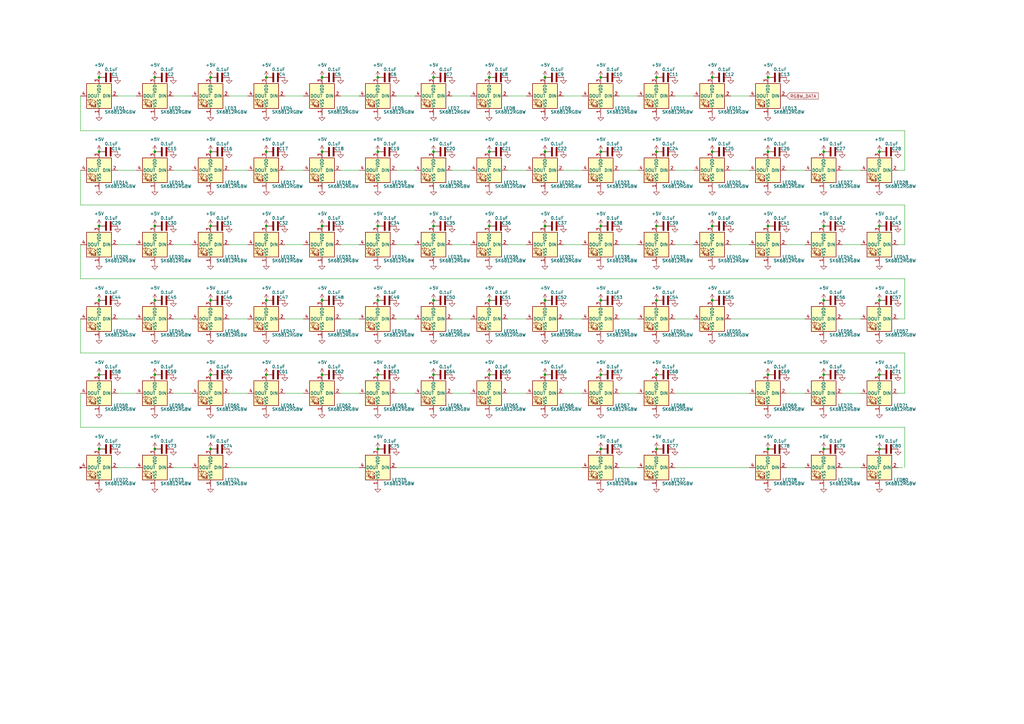
<source format=kicad_sch>
(kicad_sch (version 20231120) (generator "eeschema") (generator_version "8.0")
  (paper "A3")
  (title_block (title "RGB Array") (date "2024-12-05") (rev "1.0") (company "Mine") (comment 1 "Neopixel 6812RGBW +3000k") (comment 2 "C0603T104K8RACTU"))
  (junction (at 246.38 153.67))
  (junction (at 132.08 62.23))
  (junction (at 269.24 62.23))
  (junction (at 246.38 184.15))
  (junction (at 63.5 92.71))
  (junction (at 63.5 153.67))
  (junction (at 360.68 184.15))
  (junction (at 200.66 92.71))
  (junction (at 337.82 62.23))
  (junction (at 154.94 123.19))
  (junction (at 86.36 123.19))
  (junction (at 269.24 184.15))
  (junction (at 109.22 62.23))
  (junction (at 269.24 92.71))
  (junction (at 109.22 123.19))
  (junction (at 246.38 62.23))
  (junction (at 86.36 153.67))
  (junction (at 154.94 184.15))
  (junction (at 177.8 62.23))
  (junction (at 86.36 184.15))
  (junction (at 63.5 184.15))
  (junction (at 132.08 123.19))
  (junction (at 177.8 123.19))
  (junction (at 109.22 153.67))
  (junction (at 40.64 62.23))
  (junction (at 223.52 123.19))
  (junction (at 154.94 153.67))
  (junction (at 223.52 62.23))
  (junction (at 292.1 31.75))
  (junction (at 337.82 153.67))
  (junction (at 314.96 92.71))
  (junction (at 63.5 123.19))
  (junction (at 360.68 92.71))
  (junction (at 40.64 31.75))
  (junction (at 177.8 92.71))
  (junction (at 154.94 92.71))
  (junction (at 154.94 31.75))
  (junction (at 337.82 184.15))
  (junction (at 200.66 62.23))
  (junction (at 132.08 31.75))
  (junction (at 63.5 62.23))
  (junction (at 314.96 62.23))
  (junction (at 223.52 31.75))
  (junction (at 40.64 92.71))
  (junction (at 360.68 153.67))
  (junction (at 292.1 62.23))
  (junction (at 40.64 184.15))
  (junction (at 360.68 123.19))
  (junction (at 154.94 62.23))
  (junction (at 314.96 184.15))
  (junction (at 40.64 153.67))
  (junction (at 337.82 123.19))
  (junction (at 40.64 123.19))
  (junction (at 337.82 92.71))
  (junction (at 269.24 31.75))
  (junction (at 200.66 153.67))
  (junction (at 86.36 62.23))
  (junction (at 200.66 31.75))
  (junction (at 314.96 31.75))
  (junction (at 292.1 92.71))
  (junction (at 200.66 123.19))
  (junction (at 177.8 153.67))
  (junction (at 109.22 92.71))
  (junction (at 177.8 31.75))
  (junction (at 132.08 153.67))
  (junction (at 314.96 153.67))
  (junction (at 246.38 31.75))
  (junction (at 360.68 62.23))
  (junction (at 223.52 92.71))
  (junction (at 86.36 92.71))
  (junction (at 246.38 92.71))
  (junction (at 132.08 92.71))
  (junction (at 269.24 123.19))
  (junction (at 292.1 123.19))
  (junction (at 223.52 153.67))
  (junction (at 63.5 31.75))
  (junction (at 109.22 31.75))
  (junction (at 86.36 31.75))
  (junction (at 246.38 123.19))
  (junction (at 269.24 153.67))
  (wire (pts (xy 322.58 191.77) (xy 330.2 191.77)))
  (wire (pts (xy 371.094 100.33) (xy 368.3 100.33)))
  (wire (pts (xy 276.86 130.81) (xy 284.48 130.81)))
  (wire (pts (xy 371.094 161.29) (xy 368.3 161.29)))
  (wire (pts (xy 345.44 191.77) (xy 353.06 191.77)))
  (wire (pts (xy 48.26 130.81) (xy 55.88 130.81)))
  (wire (pts (xy 48.26 39.37) (xy 55.88 39.37)))
  (wire (pts (xy 162.56 69.85) (xy 170.18 69.85)))
  (wire (pts (xy 33.02 130.81) (xy 33.02 144.78)))
  (wire (pts (xy 371.094 114.3) (xy 371.094 130.81)))
  (wire (pts (xy 208.28 161.29) (xy 215.9 161.29)))
  (wire (pts (xy 116.84 161.29) (xy 124.46 161.29)))
  (wire (pts (xy 254 130.81) (xy 261.62 130.81)))
  (wire (pts (xy 345.44 130.81) (xy 353.06 130.81)))
  (wire (pts (xy 71.12 191.77) (xy 78.74 191.77)))
  (wire (pts (xy 33.02 175.26) (xy 371.094 175.26)))
  (wire (pts (xy 93.98 100.33) (xy 101.6 100.33)))
  (wire (pts (xy 231.14 39.37) (xy 238.76 39.37)))
  (wire (pts (xy 208.28 69.85) (xy 215.9 69.85)))
  (wire (pts (xy 231.14 100.33) (xy 238.76 100.33)))
  (wire (pts (xy 345.44 69.85) (xy 353.06 69.85)))
  (wire (pts (xy 71.12 39.37) (xy 78.74 39.37)))
  (wire (pts (xy 185.42 130.81) (xy 193.04 130.81)))
  (wire (pts (xy 33.02 114.3) (xy 371.094 114.3)))
  (wire (pts (xy 185.42 100.33) (xy 193.04 100.33)))
  (wire (pts (xy 162.56 39.37) (xy 170.18 39.37)))
  (wire (pts (xy 93.98 161.29) (xy 101.6 161.29)))
  (wire (pts (xy 254 69.85) (xy 261.62 69.85)))
  (wire (pts (xy 254 161.29) (xy 261.62 161.29)))
  (wire (pts (xy 162.56 191.77) (xy 238.76 191.77)))
  (wire (pts (xy 276.86 39.37) (xy 284.48 39.37)))
  (wire (pts (xy 208.28 100.33) (xy 215.9 100.33)))
  (wire (pts (xy 48.26 161.29) (xy 55.88 161.29)))
  (wire (pts (xy 162.56 100.33) (xy 170.18 100.33)))
  (wire (pts (xy 139.7 69.85) (xy 147.32 69.85)))
  (wire (pts (xy 93.98 39.37) (xy 101.6 39.37)))
  (wire (pts (xy 368.3 191.77) (xy 370.332 191.77)))
  (wire (pts (xy 371.094 84.074) (xy 371.094 100.33)))
  (wire (pts (xy 33.02 100.33) (xy 33.02 114.3)))
  (wire (pts (xy 299.72 130.81) (xy 330.2 130.81)))
  (wire (pts (xy 71.12 130.81) (xy 78.74 130.81)))
  (wire (pts (xy 231.14 69.85) (xy 238.76 69.85)))
  (wire (pts (xy 345.44 161.29) (xy 353.06 161.29)))
  (wire (pts (xy 116.84 39.37) (xy 124.46 39.37)))
  (wire (pts (xy 139.7 100.33) (xy 147.32 100.33)))
  (wire (pts (xy 322.58 161.29) (xy 330.2 161.29)))
  (wire (pts (xy 185.42 161.29) (xy 193.04 161.29)))
  (wire (pts (xy 371.094 191.77) (xy 371.094 175.26)))
  (wire (pts (xy 254 100.33) (xy 261.62 100.33)))
  (wire (pts (xy 139.7 39.37) (xy 147.32 39.37)))
  (wire (pts (xy 162.56 130.81) (xy 170.18 130.81)))
  (wire (pts (xy 162.56 161.29) (xy 170.18 161.29)))
  (wire (pts (xy 208.28 39.37) (xy 215.9 39.37)))
  (wire (pts (xy 345.44 100.33) (xy 353.06 100.33)))
  (wire (pts (xy 208.28 130.81) (xy 215.9 130.81)))
  (wire (pts (xy 185.42 39.37) (xy 193.04 39.37)))
  (wire (pts (xy 185.42 69.85) (xy 193.04 69.85)))
  (wire (pts (xy 116.84 100.33) (xy 124.46 100.33)))
  (wire (pts (xy 48.26 69.85) (xy 55.88 69.85)))
  (wire (pts (xy 322.58 100.33) (xy 330.2 100.33)))
  (wire (pts (xy 33.02 53.594) (xy 371.094 53.594)))
  (wire (pts (xy 33.02 69.85) (xy 33.02 84.074)))
  (wire (pts (xy 33.02 144.78) (xy 371.094 144.78)))
  (wire (pts (xy 299.72 39.37) (xy 307.34 39.37)))
  (wire (pts (xy 93.98 130.81) (xy 101.6 130.81)))
  (wire (pts (xy 139.7 130.81) (xy 147.32 130.81)))
  (wire (pts (xy 322.58 69.85) (xy 330.2 69.85)))
  (wire (pts (xy 276.86 100.33) (xy 284.48 100.33)))
  (wire (pts (xy 116.84 130.81) (xy 124.46 130.81)))
  (wire (pts (xy 371.094 144.78) (xy 371.094 161.29)))
  (wire (pts (xy 254 39.37) (xy 261.62 39.37)))
  (wire (pts (xy 48.26 100.33) (xy 55.88 100.33)))
  (wire (pts (xy 276.86 191.77) (xy 307.34 191.77)))
  (wire (pts (xy 33.02 39.37) (xy 33.02 53.594)))
  (wire (pts (xy 139.7 161.29) (xy 147.32 161.29)))
  (wire (pts (xy 254 191.77) (xy 261.62 191.77)))
  (wire (pts (xy 371.094 69.85) (xy 371.094 53.594)))
  (wire (pts (xy 371.094 130.81) (xy 368.3 130.81)))
  (wire (pts (xy 33.02 84.074) (xy 371.094 84.074)))
  (wire (pts (xy 299.72 100.33) (xy 307.34 100.33)))
  (wire (pts (xy 276.86 161.29) (xy 307.34 161.29)))
  (wire (pts (xy 276.86 69.85) (xy 284.48 69.85)))
  (wire (pts (xy 48.26 191.77) (xy 55.88 191.77)))
  (wire (pts (xy 116.84 69.85) (xy 124.46 69.85)))
  (wire (pts (xy 368.3 69.85) (xy 371.094 69.85)))
  (wire (pts (xy 93.98 191.77) (xy 147.32 191.77)))
  (wire (pts (xy 71.12 69.85) (xy 78.74 69.85)))
  (wire (pts (xy 71.12 100.33) (xy 78.74 100.33)))
  (wire (pts (xy 231.14 130.81) (xy 238.76 130.81)))
  (wire (pts (xy 71.12 161.29) (xy 78.74 161.29)))
  (wire (pts (xy 93.98 69.85) (xy 101.6 69.85)))
  (wire (pts (xy 33.02 161.29) (xy 33.02 175.26)))
  (wire (pts (xy 231.14 161.29) (xy 238.76 161.29)))
  (wire (pts (xy 299.72 69.85) (xy 307.34 69.85)))
  (global_label "RGBW_DATA" (shape input) (at 322.58 39.37 0) (property "Intersheetrefs" "${INTERSHEET_REFS}" (effects (hide yes))))
  (symbol (lib_id "BOM:SK6812RGBW-WS") (at 292.1 100.33 0) (unit 1)
    (property "Reference" "LED40" (at 297.942 104.648 0) (effects (font (thickness 0.1588)) (justify left top)))
    (property "Value" "SK6812RGBW" (at 294.386 106.172 0) (effects (justify left top)))
    (property "Footprint" "LED_SMD:LED_SK6812_PLCC4_5.0x5.0mm_P3.2mm" (effects (hide yes)))
    (property "Datasheet" "https://cdn-shop.adafruit.com/product-files/2757/p2757_SK6812RGBW_REV01.pdf" (effects (hide yes)))
    (property "Description" "RGB LED with integrated controller" (effects (hide yes)))
  )
  (symbol (lib_id "power:+5V") (at 86.36 62.23 0) (unit 1)
    (property "Reference" "#PWR044" (effects (hide yes)))
    (property "Value" "+5V" (at 86.36 57.15 0))
    (property "Description" "Power symbol creates a global label with name \"+5V\"" (effects (hide yes)))
  )
  (symbol (lib_id "BOM:C0603T104K8RAC7867") (at 43.18 31.75 0) (unit 1)
    (property "Reference" "C1" (at 45.72 31.242 0) (effects (justify left bottom)))
    (property "Value" "0.1uF" (at 42.926 29.21 0) (effects (justify left bottom)))
    (property "Footprint" "BOM:CAPC1608X87N" (effects (hide yes)))
    (property "Datasheet" "https://content.kemet.com/datasheets/KEM_C1027_X7R_COTS_SMD.pdf" (effects (hide yes)))
  )
  (symbol (lib_id "power:+5V") (at 314.96 92.71 0) (unit 1)
    (property "Reference" "#PWR0109" (effects (hide yes)))
    (property "Value" "+5V" (at 314.96 87.63 0))
    (property "Description" "Power symbol creates a global label with name \"+5V\"" (effects (hide yes)))
  )
  (symbol (lib_name "GND_2") (lib_id "power:GND") (at 345.44 184.15 0) (unit 1)
    (property "Reference" "#PWR0229" (effects (hide yes)))
    (property "Value" "GND" (effects (hide yes)))
    (property "Description" "Power symbol creates a global label with name \"GND\" , ground" (effects (hide yes)))
  )
  (symbol (lib_name "GND_2") (lib_id "power:GND") (at 86.36 168.91 0) (unit 1)
    (property "Reference" "#PWR0202" (effects (hide yes)))
    (property "Value" "GND" (effects (hide yes)))
    (property "Description" "Power symbol creates a global label with name \"GND\" , ground" (effects (hide yes)))
  )
  (symbol (lib_name "GND_2") (lib_id "power:GND") (at 269.24 199.39 0) (unit 1)
    (property "Reference" "#PWR0237" (effects (hide yes)))
    (property "Value" "GND" (effects (hide yes)))
    (property "Description" "Power symbol creates a global label with name \"GND\" , ground" (effects (hide yes)))
  )
  (symbol (lib_name "GND_2") (lib_id "power:GND") (at 314.96 168.91 0) (unit 1)
    (property "Reference" "#PWR0211" (effects (hide yes)))
    (property "Value" "GND" (effects (hide yes)))
    (property "Description" "Power symbol creates a global label with name \"GND\" , ground" (effects (hide yes)))
  )
  (symbol (lib_id "BOM:SK6812RGBW-WS") (at 109.22 100.33 0) (unit 1)
    (property "Reference" "LED32" (at 115.062 104.648 0) (effects (font (thickness 0.1588)) (justify left top)))
    (property "Value" "SK6812RGBW" (at 111.506 106.172 0) (effects (justify left top)))
    (property "Footprint" "LED_SMD:LED_SK6812_PLCC4_5.0x5.0mm_P3.2mm" (effects (hide yes)))
    (property "Datasheet" "https://cdn-shop.adafruit.com/product-files/2757/p2757_SK6812RGBW_REV01.pdf" (effects (hide yes)))
    (property "Description" "RGB LED with integrated controller" (effects (hide yes)))
  )
  (symbol (lib_name "GND_2") (lib_id "power:GND") (at 200.66 77.47 0) (unit 1)
    (property "Reference" "#PWR077" (effects (hide yes)))
    (property "Value" "GND" (effects (hide yes)))
    (property "Description" "Power symbol creates a global label with name \"GND\" , ground" (effects (hide yes)))
  )
  (symbol (lib_id "power:+5V") (at 223.52 92.71 0) (unit 1)
    (property "Reference" "#PWR0101" (effects (hide yes)))
    (property "Value" "+5V" (at 223.52 87.63 0))
    (property "Description" "Power symbol creates a global label with name \"+5V\"" (effects (hide yes)))
  )
  (symbol (lib_name "GND_2") (lib_id "power:GND") (at 345.44 62.23 0) (unit 1)
    (property "Reference" "#PWR067" (effects (hide yes)))
    (property "Value" "GND" (effects (hide yes)))
    (property "Description" "Power symbol creates a global label with name \"GND\" , ground" (effects (hide yes)))
  )
  (symbol (lib_id "BOM:SK6812RGBW-WS") (at 109.22 69.85 0) (unit 1)
    (property "Reference" "LED17" (at 115.062 74.168 0) (effects (font (thickness 0.1588)) (justify left top)))
    (property "Value" "SK6812RGBW" (at 111.506 75.692 0) (effects (justify left top)))
    (property "Footprint" "LED_SMD:LED_SK6812_PLCC4_5.0x5.0mm_P3.2mm" (effects (hide yes)))
    (property "Datasheet" "https://cdn-shop.adafruit.com/product-files/2757/p2757_SK6812RGBW_REV01.pdf" (effects (hide yes)))
    (property "Description" "RGB LED with integrated controller" (effects (hide yes)))
  )
  (symbol (lib_id "BOM:SK6812RGBW-WS") (at 154.94 161.29 0) (unit 1)
    (property "Reference" "LED63" (at 160.782 165.608 0) (effects (font (thickness 0.1588)) (justify left top)))
    (property "Value" "SK6812RGBW" (at 157.226 167.132 0) (effects (justify left top)))
    (property "Footprint" "LED_SMD:LED_SK6812_PLCC4_5.0x5.0mm_P3.2mm" (effects (hide yes)))
    (property "Datasheet" "https://cdn-shop.adafruit.com/product-files/2757/p2757_SK6812RGBW_REV01.pdf" (effects (hide yes)))
    (property "Description" "RGB LED with integrated controller" (effects (hide yes)))
  )
  (symbol (lib_id "power:+5V") (at 360.68 153.67 0) (unit 1)
    (property "Reference" "#PWR0198" (effects (hide yes)))
    (property "Value" "+5V" (at 360.68 148.59 0))
    (property "Description" "Power symbol creates a global label with name \"+5V\"" (effects (hide yes)))
  )
  (symbol (lib_id "BOM:C0603T104K8RAC7867") (at 363.22 62.23 0) (unit 1)
    (property "Reference" "C28" (at 365.76 61.722 0) (effects (justify left bottom)))
    (property "Value" "0.1uF" (at 362.966 59.69 0) (effects (justify left bottom)))
    (property "Footprint" "BOM:CAPC1608X87N" (effects (hide yes)))
    (property "Datasheet" "https://content.kemet.com/datasheets/KEM_C1027_X7R_COTS_SMD.pdf" (effects (hide yes)))
  )
  (symbol (lib_id "power:+5V") (at 269.24 62.23 0) (unit 1)
    (property "Reference" "#PWR060" (effects (hide yes)))
    (property "Value" "+5V" (at 269.24 57.15 0))
    (property "Description" "Power symbol creates a global label with name \"+5V\"" (effects (hide yes)))
  )
  (symbol (lib_id "power:+5V") (at 154.94 184.15 0) (unit 1)
    (property "Reference" "#PWR0220" (effects (hide yes)))
    (property "Value" "+5V" (at 154.94 179.07 0))
    (property "Description" "Power symbol creates a global label with name \"+5V\"" (effects (hide yes)))
  )
  (symbol (lib_id "power:+5V") (at 177.8 123.19 0) (unit 1)
    (property "Reference" "#PWR0142" (effects (hide yes)))
    (property "Value" "+5V" (at 177.8 118.11 0))
    (property "Description" "Power symbol creates a global label with name \"+5V\"" (effects (hide yes)))
  )
  (symbol (lib_id "BOM:SK6812RGBW-WS") (at 132.08 130.81 0) (unit 1)
    (property "Reference" "LED48" (at 137.922 135.128 0) (effects (font (thickness 0.1588)) (justify left top)))
    (property "Value" "SK6812RGBW" (at 134.366 136.652 0) (effects (justify left top)))
    (property "Footprint" "LED_SMD:LED_SK6812_PLCC4_5.0x5.0mm_P3.2mm" (effects (hide yes)))
    (property "Datasheet" "https://cdn-shop.adafruit.com/product-files/2757/p2757_SK6812RGBW_REV01.pdf" (effects (hide yes)))
    (property "Description" "RGB LED with integrated controller" (effects (hide yes)))
  )
  (symbol (lib_id "BOM:SK6812RGBW-WS") (at 177.8 39.37 0) (unit 1)
    (property "Reference" "LED7" (at 183.642 43.688 0) (effects (font (thickness 0.1588)) (justify left top)))
    (property "Value" "SK6812RGBW" (at 180.086 45.212 0) (effects (justify left top)))
    (property "Footprint" "LED_SMD:LED_SK6812_PLCC4_5.0x5.0mm_P3.2mm" (effects (hide yes)))
    (property "Datasheet" "https://cdn-shop.adafruit.com/product-files/2757/p2757_SK6812RGBW_REV01.pdf" (effects (hide yes)))
    (property "Description" "RGB LED with integrated controller" (effects (hide yes)))
  )
  (symbol (lib_id "BOM:C0603T104K8RAC7867") (at 340.36 123.19 0) (unit 1)
    (property "Reference" "C56" (at 342.9 122.682 0) (effects (justify left bottom)))
    (property "Value" "0.1uF" (at 340.106 120.65 0) (effects (justify left bottom)))
    (property "Footprint" "BOM:CAPC1608X87N" (effects (hide yes)))
    (property "Datasheet" "https://content.kemet.com/datasheets/KEM_C1027_X7R_COTS_SMD.pdf" (effects (hide yes)))
  )
  (symbol (lib_id "BOM:SK6812RGBW-WS") (at 269.24 69.85 0) (unit 1)
    (property "Reference" "LED24" (at 275.082 74.168 0) (effects (font (thickness 0.1588)) (justify left top)))
    (property "Value" "SK6812RGBW" (at 271.526 75.692 0) (effects (justify left top)))
    (property "Footprint" "LED_SMD:LED_SK6812_PLCC4_5.0x5.0mm_P3.2mm" (effects (hide yes)))
    (property "Datasheet" "https://cdn-shop.adafruit.com/product-files/2757/p2757_SK6812RGBW_REV01.pdf" (effects (hide yes)))
    (property "Description" "RGB LED with integrated controller" (effects (hide yes)))
  )
  (symbol (lib_name "GND_2") (lib_id "power:GND") (at 246.38 77.47 0) (unit 1)
    (property "Reference" "#PWR079" (effects (hide yes)))
    (property "Value" "GND" (effects (hide yes)))
    (property "Description" "Power symbol creates a global label with name \"GND\" , ground" (effects (hide yes)))
  )
  (symbol (lib_name "GND_2") (lib_id "power:GND") (at 276.86 153.67 0) (unit 1)
    (property "Reference" "#PWR0193" (effects (hide yes)))
    (property "Value" "GND" (effects (hide yes)))
    (property "Description" "Power symbol creates a global label with name \"GND\" , ground" (effects (hide yes)))
  )
  (symbol (lib_id "BOM:C0603T104K8RAC7867") (at 271.78 31.75 0) (unit 1)
    (property "Reference" "C11" (at 274.32 31.242 0) (effects (justify left bottom)))
    (property "Value" "0.1uF" (at 271.526 29.21 0) (effects (justify left bottom)))
    (property "Footprint" "BOM:CAPC1608X87N" (effects (hide yes)))
    (property "Datasheet" "https://content.kemet.com/datasheets/KEM_C1027_X7R_COTS_SMD.pdf" (effects (hide yes)))
  )
  (symbol (lib_name "GND_2") (lib_id "power:GND") (at 368.3 184.15 0) (unit 1)
    (property "Reference" "#PWR0231" (effects (hide yes)))
    (property "Value" "GND" (effects (hide yes)))
    (property "Description" "Power symbol creates a global label with name \"GND\" , ground" (effects (hide yes)))
  )
  (symbol (lib_id "BOM:SK6812RGBW-WS") (at 132.08 69.85 0) (unit 1)
    (property "Reference" "LED18" (at 137.922 74.168 0) (effects (font (thickness 0.1588)) (justify left top)))
    (property "Value" "SK6812RGBW" (at 134.366 75.692 0) (effects (justify left top)))
    (property "Footprint" "LED_SMD:LED_SK6812_PLCC4_5.0x5.0mm_P3.2mm" (effects (hide yes)))
    (property "Datasheet" "https://cdn-shop.adafruit.com/product-files/2757/p2757_SK6812RGBW_REV01.pdf" (effects (hide yes)))
    (property "Description" "RGB LED with integrated controller" (effects (hide yes)))
  )
  (symbol (lib_id "BOM:SK6812RGBW-WS") (at 246.38 191.77 0) (unit 1)
    (property "Reference" "LED76" (at 252.222 196.088 0) (effects (font (thickness 0.1588)) (justify left top)))
    (property "Value" "SK6812RGBW" (at 248.666 197.612 0) (effects (justify left top)))
    (property "Footprint" "LED_SMD:LED_SK6812_PLCC4_5.0x5.0mm_P3.2mm" (effects (hide yes)))
    (property "Datasheet" "https://cdn-shop.adafruit.com/product-files/2757/p2757_SK6812RGBW_REV01.pdf" (effects (hide yes)))
    (property "Description" "RGB LED with integrated controller" (effects (hide yes)))
  )
  (symbol (lib_id "power:+5V") (at 40.64 62.23 0) (unit 1)
    (property "Reference" "#PWR040" (effects (hide yes)))
    (property "Value" "+5V" (at 40.64 57.15 0))
    (property "Description" "Power symbol creates a global label with name \"+5V\"" (effects (hide yes)))
  )
  (symbol (lib_id "power:+5V") (at 63.5 184.15 0) (unit 1)
    (property "Reference" "#PWR0216" (effects (hide yes)))
    (property "Value" "+5V" (at 63.5 179.07 0))
    (property "Description" "Power symbol creates a global label with name \"+5V\"" (effects (hide yes)))
  )
  (symbol (lib_name "GND_2") (lib_id "power:GND") (at 223.52 138.43 0) (unit 1)
    (property "Reference" "#PWR0166" (effects (hide yes)))
    (property "Value" "GND" (effects (hide yes)))
    (property "Description" "Power symbol creates a global label with name \"GND\" , ground" (effects (hide yes)))
  )
  (symbol (lib_id "BOM:SK6812RGBW-WS") (at 40.64 69.85 0) (unit 1)
    (property "Reference" "LED14" (at 46.482 74.168 0) (effects (font (thickness 0.1588)) (justify left top)))
    (property "Value" "SK6812RGBW" (at 42.926 75.692 0) (effects (justify left top)))
    (property "Footprint" "LED_SMD:LED_SK6812_PLCC4_5.0x5.0mm_P3.2mm" (effects (hide yes)))
    (property "Datasheet" "https://cdn-shop.adafruit.com/product-files/2757/p2757_SK6812RGBW_REV01.pdf" (effects (hide yes)))
    (property "Description" "RGB LED with integrated controller" (effects (hide yes)))
  )
  (symbol (lib_id "power:+5V") (at 292.1 31.75 0) (unit 1)
    (property "Reference" "#PWR023" (effects (hide yes)))
    (property "Value" "+5V" (at 292.1 26.67 0))
    (property "Description" "Power symbol creates a global label with name \"+5V\"" (effects (hide yes)))
  )
  (symbol (lib_id "BOM:C0603T104K8RAC7867") (at 340.36 184.15 0) (unit 1)
    (property "Reference" "C79" (at 342.9 183.642 0) (effects (justify left bottom)))
    (property "Value" "0.1uF" (at 340.106 181.61 0) (effects (justify left bottom)))
    (property "Footprint" "BOM:CAPC1608X87N" (effects (hide yes)))
    (property "Datasheet" "https://content.kemet.com/datasheets/KEM_C1027_X7R_COTS_SMD.pdf" (effects (hide yes)))
  )
  (symbol (lib_id "BOM:SK6812RGBW-WS") (at 177.8 100.33 0) (unit 1)
    (property "Reference" "LED35" (at 183.642 104.648 0) (effects (font (thickness 0.1588)) (justify left top)))
    (property "Value" "SK6812RGBW" (at 180.086 106.172 0) (effects (justify left top)))
    (property "Footprint" "LED_SMD:LED_SK6812_PLCC4_5.0x5.0mm_P3.2mm" (effects (hide yes)))
    (property "Datasheet" "https://cdn-shop.adafruit.com/product-files/2757/p2757_SK6812RGBW_REV01.pdf" (effects (hide yes)))
    (property "Description" "RGB LED with integrated controller" (effects (hide yes)))
  )
  (symbol (lib_id "power:+5V") (at 40.64 153.67 0) (unit 1)
    (property "Reference" "#PWR0172" (effects (hide yes)))
    (property "Value" "+5V" (at 40.64 148.59 0))
    (property "Description" "Power symbol creates a global label with name \"+5V\"" (effects (hide yes)))
  )
  (symbol (lib_name "GND_2") (lib_id "power:GND") (at 116.84 123.19 0) (unit 1)
    (property "Reference" "#PWR0137" (effects (hide yes)))
    (property "Value" "GND" (effects (hide yes)))
    (property "Description" "Power symbol creates a global label with name \"GND\" , ground" (effects (hide yes)))
  )
  (symbol (lib_id "BOM:SK6812RGBW-WS") (at 86.36 191.77 0) (unit 1)
    (property "Reference" "LED74" (at 92.202 196.088 0) (effects (font (thickness 0.1588)) (justify left top)))
    (property "Value" "SK6812RGBW" (at 88.646 197.612 0) (effects (justify left top)))
    (property "Footprint" "LED_SMD:LED_SK6812_PLCC4_5.0x5.0mm_P3.2mm" (effects (hide yes)))
    (property "Datasheet" "https://cdn-shop.adafruit.com/product-files/2757/p2757_SK6812RGBW_REV01.pdf" (effects (hide yes)))
    (property "Description" "RGB LED with integrated controller" (effects (hide yes)))
  )
  (symbol (lib_name "GND_2") (lib_id "power:GND") (at 208.28 62.23 0) (unit 1)
    (property "Reference" "#PWR055" (effects (hide yes)))
    (property "Value" "GND" (effects (hide yes)))
    (property "Description" "Power symbol creates a global label with name \"GND\" , ground" (effects (hide yes)))
  )
  (symbol (lib_name "GND_2") (lib_id "power:GND") (at 132.08 77.47 0) (unit 1)
    (property "Reference" "#PWR074" (effects (hide yes)))
    (property "Value" "GND" (effects (hide yes)))
    (property "Description" "Power symbol creates a global label with name \"GND\" , ground" (effects (hide yes)))
  )
  (symbol (lib_name "GND_2") (lib_id "power:GND") (at 63.5 77.47 0) (unit 1)
    (property "Reference" "#PWR071" (effects (hide yes)))
    (property "Value" "GND" (effects (hide yes)))
    (property "Description" "Power symbol creates a global label with name \"GND\" , ground" (effects (hide yes)))
  )
  (symbol (lib_id "BOM:SK6812RGBW-WS") (at 246.38 130.81 0) (unit 1)
    (property "Reference" "LED53" (at 252.222 135.128 0) (effects (font (thickness 0.1588)) (justify left top)))
    (property "Value" "SK6812RGBW" (at 248.666 136.652 0) (effects (justify left top)))
    (property "Footprint" "LED_SMD:LED_SK6812_PLCC4_5.0x5.0mm_P3.2mm" (effects (hide yes)))
    (property "Datasheet" "https://cdn-shop.adafruit.com/product-files/2757/p2757_SK6812RGBW_REV01.pdf" (effects (hide yes)))
    (property "Description" "RGB LED with integrated controller" (effects (hide yes)))
  )
  (symbol (lib_name "GND_2") (lib_id "power:GND") (at 231.14 92.71 0) (unit 1)
    (property "Reference" "#PWR0102" (effects (hide yes)))
    (property "Value" "GND" (effects (hide yes)))
    (property "Description" "Power symbol creates a global label with name \"GND\" , ground" (effects (hide yes)))
  )
  (symbol (lib_name "GND_2") (lib_id "power:GND") (at 345.44 123.19 0) (unit 1)
    (property "Reference" "#PWR0155" (effects (hide yes)))
    (property "Value" "GND" (effects (hide yes)))
    (property "Description" "Power symbol creates a global label with name \"GND\" , ground" (effects (hide yes)))
  )
  (symbol (lib_name "GND_2") (lib_id "power:GND") (at 322.58 62.23 0) (unit 1)
    (property "Reference" "#PWR065" (effects (hide yes)))
    (property "Value" "GND" (effects (hide yes)))
    (property "Description" "Power symbol creates a global label with name \"GND\" , ground" (effects (hide yes)))
  )
  (symbol (lib_id "BOM:SK6812RGBW-WS") (at 337.82 69.85 0) (unit 1)
    (property "Reference" "LED27" (at 343.662 74.168 0) (effects (font (thickness 0.1588)) (justify left top)))
    (property "Value" "SK6812RGBW" (at 340.106 75.692 0) (effects (justify left top)))
    (property "Footprint" "LED_SMD:LED_SK6812_PLCC4_5.0x5.0mm_P3.2mm" (effects (hide yes)))
    (property "Datasheet" "https://cdn-shop.adafruit.com/product-files/2757/p2757_SK6812RGBW_REV01.pdf" (effects (hide yes)))
    (property "Description" "RGB LED with integrated controller" (effects (hide yes)))
  )
  (symbol (lib_id "BOM:SK6812RGBW-WS") (at 63.5 191.77 0) (unit 1)
    (property "Reference" "LED73" (at 69.342 196.088 0) (effects (font (thickness 0.1588)) (justify left top)))
    (property "Value" "SK6812RGBW" (at 65.786 197.612 0) (effects (justify left top)))
    (property "Footprint" "LED_SMD:LED_SK6812_PLCC4_5.0x5.0mm_P3.2mm" (effects (hide yes)))
    (property "Datasheet" "https://cdn-shop.adafruit.com/product-files/2757/p2757_SK6812RGBW_REV01.pdf" (effects (hide yes)))
    (property "Description" "RGB LED with integrated controller" (effects (hide yes)))
  )
  (symbol (lib_id "power:+5V") (at 200.66 62.23 0) (unit 1)
    (property "Reference" "#PWR054" (effects (hide yes)))
    (property "Value" "+5V" (at 200.66 57.15 0))
    (property "Description" "Power symbol creates a global label with name \"+5V\"" (effects (hide yes)))
  )
  (symbol (lib_id "BOM:C0603T104K8RAC7867") (at 157.48 184.15 0) (unit 1)
    (property "Reference" "C75" (at 160.02 183.642 0) (effects (justify left bottom)))
    (property "Value" "0.1uF" (at 157.226 181.61 0) (effects (justify left bottom)))
    (property "Footprint" "BOM:CAPC1608X87N" (effects (hide yes)))
    (property "Datasheet" "https://content.kemet.com/datasheets/KEM_C1027_X7R_COTS_SMD.pdf" (effects (hide yes)))
  )
  (symbol (lib_name "GND_2") (lib_id "power:GND") (at 71.12 184.15 0) (unit 1)
    (property "Reference" "#PWR0217" (effects (hide yes)))
    (property "Value" "GND" (effects (hide yes)))
    (property "Description" "Power symbol creates a global label with name \"GND\" , ground" (effects (hide yes)))
  )
  (symbol (lib_id "power:+5V") (at 86.36 123.19 0) (unit 1)
    (property "Reference" "#PWR0134" (effects (hide yes)))
    (property "Value" "+5V" (at 86.36 118.11 0))
    (property "Description" "Power symbol creates a global label with name \"+5V\"" (effects (hide yes)))
  )
  (symbol (lib_name "GND_2") (lib_id "power:GND") (at 208.28 153.67 0) (unit 1)
    (property "Reference" "#PWR0187" (effects (hide yes)))
    (property "Value" "GND" (effects (hide yes)))
    (property "Description" "Power symbol creates a global label with name \"GND\" , ground" (effects (hide yes)))
  )
  (symbol (lib_id "BOM:C0603T104K8RAC7867") (at 88.9 92.71 0) (unit 1)
    (property "Reference" "C31" (at 91.44 92.202 0) (effects (justify left bottom)))
    (property "Value" "0.1uF" (at 88.646 90.17 0) (effects (justify left bottom)))
    (property "Footprint" "BOM:CAPC1608X87N" (effects (hide yes)))
    (property "Datasheet" "https://content.kemet.com/datasheets/KEM_C1027_X7R_COTS_SMD.pdf" (effects (hide yes)))
  )
  (symbol (lib_id "BOM:SK6812RGBW-WS") (at 269.24 100.33 0) (unit 1)
    (property "Reference" "LED39" (at 275.082 104.648 0) (effects (font (thickness 0.1588)) (justify left top)))
    (property "Value" "SK6812RGBW" (at 271.526 106.172 0) (effects (justify left top)))
    (property "Footprint" "LED_SMD:LED_SK6812_PLCC4_5.0x5.0mm_P3.2mm" (effects (hide yes)))
    (property "Datasheet" "https://cdn-shop.adafruit.com/product-files/2757/p2757_SK6812RGBW_REV01.pdf" (effects (hide yes)))
    (property "Description" "RGB LED with integrated controller" (effects (hide yes)))
  )
  (symbol (lib_name "GND_2") (lib_id "power:GND") (at 368.3 92.71 0) (unit 1)
    (property "Reference" "#PWR0114" (effects (hide yes)))
    (property "Value" "GND" (effects (hide yes)))
    (property "Description" "Power symbol creates a global label with name \"GND\" , ground" (effects (hide yes)))
  )
  (symbol (lib_name "GND_2") (lib_id "power:GND") (at 200.66 138.43 0) (unit 1)
    (property "Reference" "#PWR0165" (effects (hide yes)))
    (property "Value" "GND" (effects (hide yes)))
    (property "Description" "Power symbol creates a global label with name \"GND\" , ground" (effects (hide yes)))
  )
  (symbol (lib_id "power:+5V") (at 109.22 31.75 0) (unit 1)
    (property "Reference" "#PWR07" (effects (hide yes)))
    (property "Value" "+5V" (at 109.22 26.67 0))
    (property "Description" "Power symbol creates a global label with name \"+5V\"" (effects (hide yes)))
  )
  (symbol (lib_id "power:+5V") (at 337.82 123.19 0) (unit 1)
    (property "Reference" "#PWR0154" (effects (hide yes)))
    (property "Value" "+5V" (at 337.82 118.11 0))
    (property "Description" "Power symbol creates a global label with name \"+5V\"" (effects (hide yes)))
  )
  (symbol (lib_name "GND_2") (lib_id "power:GND") (at 177.8 77.47 0) (unit 1)
    (property "Reference" "#PWR076" (effects (hide yes)))
    (property "Value" "GND" (effects (hide yes)))
    (property "Description" "Power symbol creates a global label with name \"GND\" , ground" (effects (hide yes)))
  )
  (symbol (lib_id "BOM:SK6812RGBW-WS") (at 200.66 39.37 0) (unit 1)
    (property "Reference" "LED8" (at 206.502 43.688 0) (effects (font (thickness 0.1588)) (justify left top)))
    (property "Value" "SK6812RGBW" (at 202.946 45.212 0) (effects (justify left top)))
    (property "Footprint" "LED_SMD:LED_SK6812_PLCC4_5.0x5.0mm_P3.2mm" (effects (hide yes)))
    (property "Datasheet" "https://cdn-shop.adafruit.com/product-files/2757/p2757_SK6812RGBW_REV01.pdf" (effects (hide yes)))
    (property "Description" "RGB LED with integrated controller" (effects (hide yes)))
  )
  (symbol (lib_name "GND_2") (lib_id "power:GND") (at 337.82 77.47 0) (unit 1)
    (property "Reference" "#PWR083" (effects (hide yes)))
    (property "Value" "GND" (effects (hide yes)))
    (property "Description" "Power symbol creates a global label with name \"GND\" , ground" (effects (hide yes)))
  )
  (symbol (lib_name "GND_2") (lib_id "power:GND") (at 93.98 62.23 0) (unit 1)
    (property "Reference" "#PWR045" (effects (hide yes)))
    (property "Value" "GND" (effects (hide yes)))
    (property "Description" "Power symbol creates a global label with name \"GND\" , ground" (effects (hide yes)))
  )
  (symbol (lib_id "BOM:C0603T104K8RAC7867") (at 111.76 123.19 0) (unit 1)
    (property "Reference" "C47" (at 114.3 122.682 0) (effects (justify left bottom)))
    (property "Value" "0.1uF" (at 111.506 120.65 0) (effects (justify left bottom)))
    (property "Footprint" "BOM:CAPC1608X87N" (effects (hide yes)))
    (property "Datasheet" "https://content.kemet.com/datasheets/KEM_C1027_X7R_COTS_SMD.pdf" (effects (hide yes)))
  )
  (symbol (lib_name "GND_2") (lib_id "power:GND") (at 109.22 107.95 0) (unit 1)
    (property "Reference" "#PWR0118" (effects (hide yes)))
    (property "Value" "GND" (effects (hide yes)))
    (property "Description" "Power symbol creates a global label with name \"GND\" , ground" (effects (hide yes)))
  )
  (symbol (lib_name "GND_2") (lib_id "power:GND") (at 63.5 107.95 0) (unit 1)
    (property "Reference" "#PWR0116" (effects (hide yes)))
    (property "Value" "GND" (effects (hide yes)))
    (property "Description" "Power symbol creates a global label with name \"GND\" , ground" (effects (hide yes)))
  )
  (symbol (lib_name "GND_2") (lib_id "power:GND") (at 276.86 62.23 0) (unit 1)
    (property "Reference" "#PWR061" (effects (hide yes)))
    (property "Value" "GND" (effects (hide yes)))
    (property "Description" "Power symbol creates a global label with name \"GND\" , ground" (effects (hide yes)))
  )
  (symbol (lib_name "GND_2") (lib_id "power:GND") (at 132.08 168.91 0) (unit 1)
    (property "Reference" "#PWR0204" (effects (hide yes)))
    (property "Value" "GND" (effects (hide yes)))
    (property "Description" "Power symbol creates a global label with name \"GND\" , ground" (effects (hide yes)))
  )
  (symbol (lib_name "GND_2") (lib_id "power:GND") (at 299.72 92.71 0) (unit 1)
    (property "Reference" "#PWR0108" (effects (hide yes)))
    (property "Value" "GND" (effects (hide yes)))
    (property "Description" "Power symbol creates a global label with name \"GND\" , ground" (effects (hide yes)))
  )
  (symbol (lib_name "GND_2") (lib_id "power:GND") (at 48.26 123.19 0) (unit 1)
    (property "Reference" "#PWR0131" (effects (hide yes)))
    (property "Value" "GND" (effects (hide yes)))
    (property "Description" "Power symbol creates a global label with name \"GND\" , ground" (effects (hide yes)))
  )
  (symbol (lib_name "GND_2") (lib_id "power:GND") (at 63.5 168.91 0) (unit 1)
    (property "Reference" "#PWR0201" (effects (hide yes)))
    (property "Value" "GND" (effects (hide yes)))
    (property "Description" "Power symbol creates a global label with name \"GND\" , ground" (effects (hide yes)))
  )
  (symbol (lib_name "GND_2") (lib_id "power:GND") (at 246.38 199.39 0) (unit 1)
    (property "Reference" "#PWR0236" (effects (hide yes)))
    (property "Value" "GND" (effects (hide yes)))
    (property "Description" "Power symbol creates a global label with name \"GND\" , ground" (effects (hide yes)))
  )
  (symbol (lib_id "power:+5V") (at 63.5 31.75 0) (unit 1)
    (property "Reference" "#PWR03" (effects (hide yes)))
    (property "Value" "+5V" (at 63.5 26.67 0))
    (property "Description" "Power symbol creates a global label with name \"+5V\"" (effects (hide yes)))
  )
  (symbol (lib_name "GND_2") (lib_id "power:GND") (at 360.68 107.95 0) (unit 1)
    (property "Reference" "#PWR0129" (effects (hide yes)))
    (property "Value" "GND" (effects (hide yes)))
    (property "Description" "Power symbol creates a global label with name \"GND\" , ground" (effects (hide yes)))
  )
  (symbol (lib_name "GND_2") (lib_id "power:GND") (at 254 62.23 0) (unit 1)
    (property "Reference" "#PWR059" (effects (hide yes)))
    (property "Value" "GND" (effects (hide yes)))
    (property "Description" "Power symbol creates a global label with name \"GND\" , ground" (effects (hide yes)))
  )
  (symbol (lib_id "power:+5V") (at 223.52 62.23 0) (unit 1)
    (property "Reference" "#PWR056" (effects (hide yes)))
    (property "Value" "+5V" (at 223.52 57.15 0))
    (property "Description" "Power symbol creates a global label with name \"+5V\"" (effects (hide yes)))
  )
  (symbol (lib_name "GND_2") (lib_id "power:GND") (at 360.68 199.39 0) (unit 1)
    (property "Reference" "#PWR0240" (effects (hide yes)))
    (property "Value" "GND" (effects (hide yes)))
    (property "Description" "Power symbol creates a global label with name \"GND\" , ground" (effects (hide yes)))
  )
  (symbol (lib_id "BOM:SK6812RGBW-WS") (at 292.1 69.85 0) (unit 1)
    (property "Reference" "LED25" (at 297.942 74.168 0) (effects (font (thickness 0.1588)) (justify left top)))
    (property "Value" "SK6812RGBW" (at 294.386 75.692 0) (effects (justify left top)))
    (property "Footprint" "LED_SMD:LED_SK6812_PLCC4_5.0x5.0mm_P3.2mm" (effects (hide yes)))
    (property "Datasheet" "https://cdn-shop.adafruit.com/product-files/2757/p2757_SK6812RGBW_REV01.pdf" (effects (hide yes)))
    (property "Description" "RGB LED with integrated controller" (effects (hide yes)))
  )
  (symbol (lib_id "power:+5V") (at 200.66 92.71 0) (unit 1)
    (property "Reference" "#PWR099" (effects (hide yes)))
    (property "Value" "+5V" (at 200.66 87.63 0))
    (property "Description" "Power symbol creates a global label with name \"+5V\"" (effects (hide yes)))
  )
  (symbol (lib_id "BOM:C0603T104K8RAC7867") (at 134.62 123.19 0) (unit 1)
    (property "Reference" "C48" (at 137.16 122.682 0) (effects (justify left bottom)))
    (property "Value" "0.1uF" (at 134.366 120.65 0) (effects (justify left bottom)))
    (property "Footprint" "BOM:CAPC1608X87N" (effects (hide yes)))
    (property "Datasheet" "https://content.kemet.com/datasheets/KEM_C1027_X7R_COTS_SMD.pdf" (effects (hide yes)))
  )
  (symbol (lib_id "BOM:SK6812RGBW-WS") (at 360.68 69.85 0) (unit 1)
    (property "Reference" "LED28" (at 366.522 74.168 0) (effects (font (thickness 0.1588)) (justify left top)))
    (property "Value" "SK6812RGBW" (at 362.966 75.692 0) (effects (justify left top)))
    (property "Footprint" "LED_SMD:LED_SK6812_PLCC4_5.0x5.0mm_P3.2mm" (effects (hide yes)))
    (property "Datasheet" "https://cdn-shop.adafruit.com/product-files/2757/p2757_SK6812RGBW_REV01.pdf" (effects (hide yes)))
    (property "Description" "RGB LED with integrated controller" (effects (hide yes)))
  )
  (symbol (lib_name "GND_2") (lib_id "power:GND") (at 162.56 153.67 0) (unit 1)
    (property "Reference" "#PWR0183" (effects (hide yes)))
    (property "Value" "GND" (effects (hide yes)))
    (property "Description" "Power symbol creates a global label with name \"GND\" , ground" (effects (hide yes)))
  )
  (symbol (lib_id "power:+5V") (at 292.1 92.71 0) (unit 1)
    (property "Reference" "#PWR0107" (effects (hide yes)))
    (property "Value" "+5V" (at 292.1 87.63 0))
    (property "Description" "Power symbol creates a global label with name \"+5V\"" (effects (hide yes)))
  )
  (symbol (lib_name "GND_2") (lib_id "power:GND") (at 93.98 92.71 0) (unit 1)
    (property "Reference" "#PWR090" (effects (hide yes)))
    (property "Value" "GND" (effects (hide yes)))
    (property "Description" "Power symbol creates a global label with name \"GND\" , ground" (effects (hide yes)))
  )
  (symbol (lib_name "GND_2") (lib_id "power:GND") (at 162.56 62.23 0) (unit 1)
    (property "Reference" "#PWR051" (effects (hide yes)))
    (property "Value" "GND" (effects (hide yes)))
    (property "Description" "Power symbol creates a global label with name \"GND\" , ground" (effects (hide yes)))
  )
  (symbol (lib_id "power:+5V") (at 246.38 123.19 0) (unit 1)
    (property "Reference" "#PWR0148" (effects (hide yes)))
    (property "Value" "+5V" (at 246.38 118.11 0))
    (property "Description" "Power symbol creates a global label with name \"+5V\"" (effects (hide yes)))
  )
  (symbol (lib_id "BOM:C0603T104K8RAC7867") (at 157.48 62.23 0) (unit 1)
    (property "Reference" "C19" (at 160.02 61.722 0) (effects (justify left bottom)))
    (property "Value" "0.1uF" (at 157.226 59.69 0) (effects (justify left bottom)))
    (property "Footprint" "BOM:CAPC1608X87N" (effects (hide yes)))
    (property "Datasheet" "https://content.kemet.com/datasheets/KEM_C1027_X7R_COTS_SMD.pdf" (effects (hide yes)))
  )
  (symbol (lib_id "BOM:C0603T104K8RAC7867") (at 43.18 184.15 0) (unit 1)
    (property "Reference" "C72" (at 45.72 183.642 0) (effects (justify left bottom)))
    (property "Value" "0.1uF" (at 42.926 181.61 0) (effects (justify left bottom)))
    (property "Footprint" "BOM:CAPC1608X87N" (effects (hide yes)))
    (property "Datasheet" "https://content.kemet.com/datasheets/KEM_C1027_X7R_COTS_SMD.pdf" (effects (hide yes)))
  )
  (symbol (lib_name "GND_2") (lib_id "power:GND") (at 246.38 168.91 0) (unit 1)
    (property "Reference" "#PWR0209" (effects (hide yes)))
    (property "Value" "GND" (effects (hide yes)))
    (property "Description" "Power symbol creates a global label with name \"GND\" , ground" (effects (hide yes)))
  )
  (symbol (lib_id "BOM:SK6812RGBW-WS") (at 200.66 100.33 0) (unit 1)
    (property "Reference" "LED36" (at 206.502 104.648 0) (effects (font (thickness 0.1588)) (justify left top)))
    (property "Value" "SK6812RGBW" (at 202.946 106.172 0) (effects (justify left top)))
    (property "Footprint" "LED_SMD:LED_SK6812_PLCC4_5.0x5.0mm_P3.2mm" (effects (hide yes)))
    (property "Datasheet" "https://cdn-shop.adafruit.com/product-files/2757/p2757_SK6812RGBW_REV01.pdf" (effects (hide yes)))
    (property "Description" "RGB LED with integrated controller" (effects (hide yes)))
  )
  (symbol (lib_id "BOM:C0603T104K8RAC7867") (at 88.9 123.19 0) (unit 1)
    (property "Reference" "C46" (at 91.44 122.682 0) (effects (justify left bottom)))
    (property "Value" "0.1uF" (at 88.646 120.65 0) (effects (justify left bottom)))
    (property "Footprint" "BOM:CAPC1608X87N" (effects (hide yes)))
    (property "Datasheet" "https://content.kemet.com/datasheets/KEM_C1027_X7R_COTS_SMD.pdf" (effects (hide yes)))
  )
  (symbol (lib_name "GND_2") (lib_id "power:GND") (at 299.72 62.23 0) (unit 1)
    (property "Reference" "#PWR063" (effects (hide yes)))
    (property "Value" "GND" (effects (hide yes)))
    (property "Description" "Power symbol creates a global label with name \"GND\" , ground" (effects (hide yes)))
  )
  (symbol (lib_id "BOM:C0603T104K8RAC7867") (at 317.5 31.75 0) (unit 1)
    (property "Reference" "C13" (at 320.04 31.242 0) (effects (justify left bottom)))
    (property "Value" "0.1uF" (at 317.246 29.21 0) (effects (justify left bottom)))
    (property "Footprint" "BOM:CAPC1608X87N" (effects (hide yes)))
    (property "Datasheet" "https://content.kemet.com/datasheets/KEM_C1027_X7R_COTS_SMD.pdf" (effects (hide yes)))
  )
  (symbol (lib_id "power:+5V") (at 337.82 62.23 0) (unit 1)
    (property "Reference" "#PWR066" (effects (hide yes)))
    (property "Value" "+5V" (at 337.82 57.15 0))
    (property "Description" "Power symbol creates a global label with name \"+5V\"" (effects (hide yes)))
  )
  (symbol (lib_name "GND_2") (lib_id "power:GND") (at 86.36 107.95 0) (unit 1)
    (property "Reference" "#PWR0117" (effects (hide yes)))
    (property "Value" "GND" (effects (hide yes)))
    (property "Description" "Power symbol creates a global label with name \"GND\" , ground" (effects (hide yes)))
  )
  (symbol (lib_id "BOM:SK6812RGBW-WS") (at 177.8 130.81 0) (unit 1)
    (property "Reference" "LED50" (at 183.642 135.128 0) (effects (font (thickness 0.1588)) (justify left top)))
    (property "Value" "SK6812RGBW" (at 180.086 136.652 0) (effects (justify left top)))
    (property "Footprint" "LED_SMD:LED_SK6812_PLCC4_5.0x5.0mm_P3.2mm" (effects (hide yes)))
    (property "Datasheet" "https://cdn-shop.adafruit.com/product-files/2757/p2757_SK6812RGBW_REV01.pdf" (effects (hide yes)))
    (property "Description" "RGB LED with integrated controller" (effects (hide yes)))
  )
  (symbol (lib_id "BOM:SK6812RGBW-WS") (at 132.08 39.37 0) (unit 1)
    (property "Reference" "LED5" (at 137.922 43.688 0) (effects (font (thickness 0.1588)) (justify left top)))
    (property "Value" "SK6812RGBW" (at 134.366 45.212 0) (effects (justify left top)))
    (property "Footprint" "LED_SMD:LED_SK6812_PLCC4_5.0x5.0mm_P3.2mm" (effects (hide yes)))
    (property "Datasheet" "https://cdn-shop.adafruit.com/product-files/2757/p2757_SK6812RGBW_REV01.pdf" (effects (hide yes)))
    (property "Description" "RGB LED with integrated controller" (effects (hide yes)))
  )
  (symbol (lib_name "GND_2") (lib_id "power:GND") (at 177.8 138.43 0) (unit 1)
    (property "Reference" "#PWR0164" (effects (hide yes)))
    (property "Value" "GND" (effects (hide yes)))
    (property "Description" "Power symbol creates a global label with name \"GND\" , ground" (effects (hide yes)))
  )
  (symbol (lib_id "power:+5V") (at 132.08 31.75 0) (unit 1)
    (property "Reference" "#PWR09" (effects (hide yes)))
    (property "Value" "+5V" (at 132.08 26.67 0))
    (property "Description" "Power symbol creates a global label with name \"+5V\"" (effects (hide yes)))
  )
  (symbol (lib_id "BOM:C0603T104K8RAC7867") (at 43.18 153.67 0) (unit 1)
    (property "Reference" "C58" (at 45.72 153.162 0) (effects (justify left bottom)))
    (property "Value" "0.1uF" (at 42.926 151.13 0) (effects (justify left bottom)))
    (property "Footprint" "BOM:CAPC1608X87N" (effects (hide yes)))
    (property "Datasheet" "https://content.kemet.com/datasheets/KEM_C1027_X7R_COTS_SMD.pdf" (effects (hide yes)))
  )
  (symbol (lib_id "BOM:C0603T104K8RAC7867") (at 203.2 31.75 0) (unit 1)
    (property "Reference" "C8" (at 205.74 31.242 0) (effects (justify left bottom)))
    (property "Value" "0.1uF" (at 202.946 29.21 0) (effects (justify left bottom)))
    (property "Footprint" "BOM:CAPC1608X87N" (effects (hide yes)))
    (property "Datasheet" "https://content.kemet.com/datasheets/KEM_C1027_X7R_COTS_SMD.pdf" (effects (hide yes)))
  )
  (symbol (lib_id "BOM:SK6812RGBW-WS") (at 109.22 39.37 0) (unit 1)
    (property "Reference" "LED4" (at 115.062 43.688 0) (effects (font (thickness 0.1588)) (justify left top)))
    (property "Value" "SK6812RGBW" (at 111.506 45.212 0) (effects (justify left top)))
    (property "Footprint" "LED_SMD:LED_SK6812_PLCC4_5.0x5.0mm_P3.2mm" (effects (hide yes)))
    (property "Datasheet" "https://cdn-shop.adafruit.com/product-files/2757/p2757_SK6812RGBW_REV01.pdf" (effects (hide yes)))
    (property "Description" "RGB LED with integrated controller" (effects (hide yes)))
  )
  (symbol (lib_name "GND_2") (lib_id "power:GND") (at 109.22 168.91 0) (unit 1)
    (property "Reference" "#PWR0203" (effects (hide yes)))
    (property "Value" "GND" (effects (hide yes)))
    (property "Description" "Power symbol creates a global label with name \"GND\" , ground" (effects (hide yes)))
  )
  (symbol (lib_id "power:+5V") (at 223.52 123.19 0) (unit 1)
    (property "Reference" "#PWR0146" (effects (hide yes)))
    (property "Value" "+5V" (at 223.52 118.11 0))
    (property "Description" "Power symbol creates a global label with name \"+5V\"" (effects (hide yes)))
  )
  (symbol (lib_id "BOM:C0603T104K8RAC7867") (at 271.78 123.19 0) (unit 1)
    (property "Reference" "C54" (at 274.32 122.682 0) (effects (justify left bottom)))
    (property "Value" "0.1uF" (at 271.526 120.65 0) (effects (justify left bottom)))
    (property "Footprint" "BOM:CAPC1608X87N" (effects (hide yes)))
    (property "Datasheet" "https://content.kemet.com/datasheets/KEM_C1027_X7R_COTS_SMD.pdf" (effects (hide yes)))
  )
  (symbol (lib_id "power:+5V") (at 154.94 92.71 0) (unit 1)
    (property "Reference" "#PWR095" (effects (hide yes)))
    (property "Value" "+5V" (at 154.94 87.63 0))
    (property "Description" "Power symbol creates a global label with name \"+5V\"" (effects (hide yes)))
  )
  (symbol (lib_id "BOM:C0603T104K8RAC7867") (at 317.5 62.23 0) (unit 1)
    (property "Reference" "C26" (at 320.04 61.722 0) (effects (justify left bottom)))
    (property "Value" "0.1uF" (at 317.246 59.69 0) (effects (justify left bottom)))
    (property "Footprint" "BOM:CAPC1608X87N" (effects (hide yes)))
    (property "Datasheet" "https://content.kemet.com/datasheets/KEM_C1027_X7R_COTS_SMD.pdf" (effects (hide yes)))
  )
  (symbol (lib_id "power:+5V") (at 314.96 153.67 0) (unit 1)
    (property "Reference" "#PWR0194" (effects (hide yes)))
    (property "Value" "+5V" (at 314.96 148.59 0))
    (property "Description" "Power symbol creates a global label with name \"+5V\"" (effects (hide yes)))
  )
  (symbol (lib_id "power:+5V") (at 360.68 123.19 0) (unit 1)
    (property "Reference" "#PWR0156" (effects (hide yes)))
    (property "Value" "+5V" (at 360.68 118.11 0))
    (property "Description" "Power symbol creates a global label with name \"+5V\"" (effects (hide yes)))
  )
  (symbol (lib_id "BOM:C0603T104K8RAC7867") (at 271.78 62.23 0) (unit 1)
    (property "Reference" "C24" (at 274.32 61.722 0) (effects (justify left bottom)))
    (property "Value" "0.1uF" (at 271.526 59.69 0) (effects (justify left bottom)))
    (property "Footprint" "BOM:CAPC1608X87N" (effects (hide yes)))
    (property "Datasheet" "https://content.kemet.com/datasheets/KEM_C1027_X7R_COTS_SMD.pdf" (effects (hide yes)))
  )
  (symbol (lib_name "GND_2") (lib_id "power:GND") (at 246.38 46.99 0) (unit 1)
    (property "Reference" "#PWR036" (effects (hide yes)))
    (property "Value" "GND" (effects (hide yes)))
    (property "Description" "Power symbol creates a global label with name \"GND\" , ground" (effects (hide yes)))
  )
  (symbol (lib_id "BOM:SK6812RGBW-WS") (at 223.52 100.33 0) (unit 1)
    (property "Reference" "LED37" (at 229.362 104.648 0) (effects (font (thickness 0.1588)) (justify left top)))
    (property "Value" "SK6812RGBW" (at 225.806 106.172 0) (effects (justify left top)))
    (property "Footprint" "LED_SMD:LED_SK6812_PLCC4_5.0x5.0mm_P3.2mm" (effects (hide yes)))
    (property "Datasheet" "https://cdn-shop.adafruit.com/product-files/2757/p2757_SK6812RGBW_REV01.pdf" (effects (hide yes)))
    (property "Description" "RGB LED with integrated controller" (effects (hide yes)))
  )
  (symbol (lib_id "BOM:C0603T104K8RAC7867") (at 111.76 62.23 0) (unit 1)
    (property "Reference" "C17" (at 114.3 61.722 0) (effects (justify left bottom)))
    (property "Value" "0.1uF" (at 111.506 59.69 0) (effects (justify left bottom)))
    (property "Footprint" "BOM:CAPC1608X87N" (effects (hide yes)))
    (property "Datasheet" "https://content.kemet.com/datasheets/KEM_C1027_X7R_COTS_SMD.pdf" (effects (hide yes)))
  )
  (symbol (lib_id "BOM:C0603T104K8RAC7867") (at 203.2 153.67 0) (unit 1)
    (property "Reference" "C65" (at 205.74 153.162 0) (effects (justify left bottom)))
    (property "Value" "0.1uF" (at 202.946 151.13 0) (effects (justify left bottom)))
    (property "Footprint" "BOM:CAPC1608X87N" (effects (hide yes)))
    (property "Datasheet" "https://content.kemet.com/datasheets/KEM_C1027_X7R_COTS_SMD.pdf" (effects (hide yes)))
  )
  (symbol (lib_id "power:+5V") (at 200.66 31.75 0) (unit 1)
    (property "Reference" "#PWR015" (effects (hide yes)))
    (property "Value" "+5V" (at 200.66 26.67 0))
    (property "Description" "Power symbol creates a global label with name \"+5V\"" (effects (hide yes)))
  )
  (symbol (lib_id "BOM:C0603T104K8RAC7867") (at 134.62 153.67 0) (unit 1)
    (property "Reference" "C62" (at 137.16 153.162 0) (effects (justify left bottom)))
    (property "Value" "0.1uF" (at 134.366 151.13 0) (effects (justify left bottom)))
    (property "Footprint" "BOM:CAPC1608X87N" (effects (hide yes)))
    (property "Datasheet" "https://content.kemet.com/datasheets/KEM_C1027_X7R_COTS_SMD.pdf" (effects (hide yes)))
  )
  (symbol (lib_name "GND_2") (lib_id "power:GND") (at 314.96 77.47 0) (unit 1)
    (property "Reference" "#PWR082" (effects (hide yes)))
    (property "Value" "GND" (effects (hide yes)))
    (property "Description" "Power symbol creates a global label with name \"GND\" , ground" (effects (hide yes)))
  )
  (symbol (lib_id "power:+5V") (at 109.22 123.19 0) (unit 1)
    (property "Reference" "#PWR0136" (effects (hide yes)))
    (property "Value" "+5V" (at 109.22 118.11 0))
    (property "Description" "Power symbol creates a global label with name \"+5V\"" (effects (hide yes)))
  )
  (symbol (lib_id "BOM:C0603T104K8RAC7867") (at 226.06 31.75 0) (unit 1)
    (property "Reference" "C9" (at 228.6 31.242 0) (effects (justify left bottom)))
    (property "Value" "0.1uF" (at 225.806 29.21 0) (effects (justify left bottom)))
    (property "Footprint" "BOM:CAPC1608X87N" (effects (hide yes)))
    (property "Datasheet" "https://content.kemet.com/datasheets/KEM_C1027_X7R_COTS_SMD.pdf" (effects (hide yes)))
  )
  (symbol (lib_id "BOM:SK6812RGBW-WS") (at 269.24 130.81 0) (unit 1)
    (property "Reference" "LED54" (at 275.082 135.128 0) (effects (font (thickness 0.1588)) (justify left top)))
    (property "Value" "SK6812RGBW" (at 271.526 136.652 0) (effects (justify left top)))
    (property "Footprint" "LED_SMD:LED_SK6812_PLCC4_5.0x5.0mm_P3.2mm" (effects (hide yes)))
    (property "Datasheet" "https://cdn-shop.adafruit.com/product-files/2757/p2757_SK6812RGBW_REV01.pdf" (effects (hide yes)))
    (property "Description" "RGB LED with integrated controller" (effects (hide yes)))
  )
  (symbol (lib_id "BOM:C0603T104K8RAC7867") (at 157.48 123.19 0) (unit 1)
    (property "Reference" "C49" (at 160.02 122.682 0) (effects (justify left bottom)))
    (property "Value" "0.1uF" (at 157.226 120.65 0) (effects (justify left bottom)))
    (property "Footprint" "BOM:CAPC1608X87N" (effects (hide yes)))
    (property "Datasheet" "https://content.kemet.com/datasheets/KEM_C1027_X7R_COTS_SMD.pdf" (effects (hide yes)))
  )
  (symbol (lib_id "BOM:SK6812RGBW-WS") (at 154.94 69.85 0) (unit 1)
    (property "Reference" "LED19" (at 160.782 74.168 0) (effects (font (thickness 0.1588)) (justify left top)))
    (property "Value" "SK6812RGBW" (at 157.226 75.692 0) (effects (justify left top)))
    (property "Footprint" "LED_SMD:LED_SK6812_PLCC4_5.0x5.0mm_P3.2mm" (effects (hide yes)))
    (property "Datasheet" "https://cdn-shop.adafruit.com/product-files/2757/p2757_SK6812RGBW_REV01.pdf" (effects (hide yes)))
    (property "Description" "RGB LED with integrated controller" (effects (hide yes)))
  )
  (symbol (lib_id "BOM:SK6812RGBW-WS") (at 132.08 161.29 0) (unit 1)
    (property "Reference" "LED62" (at 137.922 165.608 0) (effects (font (thickness 0.1588)) (justify left top)))
    (property "Value" "SK6812RGBW" (at 134.366 167.132 0) (effects (justify left top)))
    (property "Footprint" "LED_SMD:LED_SK6812_PLCC4_5.0x5.0mm_P3.2mm" (effects (hide yes)))
    (property "Datasheet" "https://cdn-shop.adafruit.com/product-files/2757/p2757_SK6812RGBW_REV01.pdf" (effects (hide yes)))
    (property "Description" "RGB LED with integrated controller" (effects (hide yes)))
  )
  (symbol (lib_name "GND_2") (lib_id "power:GND") (at 254 92.71 0) (unit 1)
    (property "Reference" "#PWR0104" (effects (hide yes)))
    (property "Value" "GND" (effects (hide yes)))
    (property "Description" "Power symbol creates a global label with name \"GND\" , ground" (effects (hide yes)))
  )
  (symbol (lib_name "GND_2") (lib_id "power:GND") (at 154.94 77.47 0) (unit 1)
    (property "Reference" "#PWR075" (effects (hide yes)))
    (property "Value" "GND" (effects (hide yes)))
    (property "Description" "Power symbol creates a global label with name \"GND\" , ground" (effects (hide yes)))
  )
  (symbol (lib_id "BOM:SK6812RGBW-WS") (at 63.5 69.85 0) (unit 1)
    (property "Reference" "LED15" (at 69.342 74.168 0) (effects (font (thickness 0.1588)) (justify left top)))
    (property "Value" "SK6812RGBW" (at 65.786 75.692 0) (effects (justify left top)))
    (property "Footprint" "LED_SMD:LED_SK6812_PLCC4_5.0x5.0mm_P3.2mm" (effects (hide yes)))
    (property "Datasheet" "https://cdn-shop.adafruit.com/product-files/2757/p2757_SK6812RGBW_REV01.pdf" (effects (hide yes)))
    (property "Description" "RGB LED with integrated controller" (effects (hide yes)))
  )
  (symbol (lib_id "BOM:SK6812RGBW-WS") (at 269.24 191.77 0) (unit 1)
    (property "Reference" "LED77" (at 275.082 196.088 0) (effects (font (thickness 0.1588)) (justify left top)))
    (property "Value" "SK6812RGBW" (at 271.526 197.612 0) (effects (justify left top)))
    (property "Footprint" "LED_SMD:LED_SK6812_PLCC4_5.0x5.0mm_P3.2mm" (effects (hide yes)))
    (property "Datasheet" "https://cdn-shop.adafruit.com/product-files/2757/p2757_SK6812RGBW_REV01.pdf" (effects (hide yes)))
    (property "Description" "RGB LED with integrated controller" (effects (hide yes)))
  )
  (symbol (lib_name "GND_2") (lib_id "power:GND") (at 322.58 92.71 0) (unit 1)
    (property "Reference" "#PWR0110" (effects (hide yes)))
    (property "Value" "GND" (effects (hide yes)))
    (property "Description" "Power symbol creates a global label with name \"GND\" , ground" (effects (hide yes)))
  )
  (symbol (lib_id "BOM:SK6812RGBW-WS") (at 86.36 100.33 0) (unit 1)
    (property "Reference" "LED31" (at 92.202 104.648 0) (effects (font (thickness 0.1588)) (justify left top)))
    (property "Value" "SK6812RGBW" (at 88.646 106.172 0) (effects (justify left top)))
    (property "Footprint" "LED_SMD:LED_SK6812_PLCC4_5.0x5.0mm_P3.2mm" (effects (hide yes)))
    (property "Datasheet" "https://cdn-shop.adafruit.com/product-files/2757/p2757_SK6812RGBW_REV01.pdf" (effects (hide yes)))
    (property "Description" "RGB LED with integrated controller" (effects (hide yes)))
  )
  (symbol (lib_id "power:+5V") (at 86.36 92.71 0) (unit 1)
    (property "Reference" "#PWR089" (effects (hide yes)))
    (property "Value" "+5V" (at 86.36 87.63 0))
    (property "Description" "Power symbol creates a global label with name \"+5V\"" (effects (hide yes)))
  )
  (symbol (lib_id "BOM:C0603T104K8RAC7867") (at 203.2 123.19 0) (unit 1)
    (property "Reference" "C51" (at 205.74 122.682 0) (effects (justify left bottom)))
    (property "Value" "0.1uF" (at 202.946 120.65 0) (effects (justify left bottom)))
    (property "Footprint" "BOM:CAPC1608X87N" (effects (hide yes)))
    (property "Datasheet" "https://content.kemet.com/datasheets/KEM_C1027_X7R_COTS_SMD.pdf" (effects (hide yes)))
  )
  (symbol (lib_name "GND_2") (lib_id "power:GND") (at 139.7 31.75 0) (unit 1)
    (property "Reference" "#PWR010" (effects (hide yes)))
    (property "Value" "GND" (effects (hide yes)))
    (property "Description" "Power symbol creates a global label with name \"GND\" , ground" (effects (hide yes)))
  )
  (symbol (lib_id "BOM:C0603T104K8RAC7867") (at 248.92 123.19 0) (unit 1)
    (property "Reference" "C53" (at 251.46 122.682 0) (effects (justify left bottom)))
    (property "Value" "0.1uF" (at 248.666 120.65 0) (effects (justify left bottom)))
    (property "Footprint" "BOM:CAPC1608X87N" (effects (hide yes)))
    (property "Datasheet" "https://content.kemet.com/datasheets/KEM_C1027_X7R_COTS_SMD.pdf" (effects (hide yes)))
  )
  (symbol (lib_name "GND_2") (lib_id "power:GND") (at 71.12 153.67 0) (unit 1)
    (property "Reference" "#PWR0175" (effects (hide yes)))
    (property "Value" "GND" (effects (hide yes)))
    (property "Description" "Power symbol creates a global label with name \"GND\" , ground" (effects (hide yes)))
  )
  (symbol (lib_id "BOM:C0603T104K8RAC7867") (at 363.22 184.15 0) (unit 1)
    (property "Reference" "C80" (at 365.76 183.642 0) (effects (justify left bottom)))
    (property "Value" "0.1uF" (at 362.966 181.61 0) (effects (justify left bottom)))
    (property "Footprint" "BOM:CAPC1608X87N" (effects (hide yes)))
    (property "Datasheet" "https://content.kemet.com/datasheets/KEM_C1027_X7R_COTS_SMD.pdf" (effects (hide yes)))
  )
  (symbol (lib_name "GND_2") (lib_id "power:GND") (at 48.26 62.23 0) (unit 1)
    (property "Reference" "#PWR041" (effects (hide yes)))
    (property "Value" "GND" (effects (hide yes)))
    (property "Description" "Power symbol creates a global label with name \"GND\" , ground" (effects (hide yes)))
  )
  (symbol (lib_id "power:+5V") (at 337.82 92.71 0) (unit 1)
    (property "Reference" "#PWR0111" (effects (hide yes)))
    (property "Value" "+5V" (at 337.82 87.63 0))
    (property "Description" "Power symbol creates a global label with name \"+5V\"" (effects (hide yes)))
  )
  (symbol (lib_id "power:+5V") (at 63.5 153.67 0) (unit 1)
    (property "Reference" "#PWR0174" (effects (hide yes)))
    (property "Value" "+5V" (at 63.5 148.59 0))
    (property "Description" "Power symbol creates a global label with name \"+5V\"" (effects (hide yes)))
  )
  (symbol (lib_id "BOM:SK6812RGBW-WS") (at 314.96 161.29 0) (unit 1)
    (property "Reference" "LED69" (at 320.802 165.608 0) (effects (font (thickness 0.1588)) (justify left top)))
    (property "Value" "SK6812RGBW" (at 317.246 167.132 0) (effects (justify left top)))
    (property "Footprint" "LED_SMD:LED_SK6812_PLCC4_5.0x5.0mm_P3.2mm" (effects (hide yes)))
    (property "Datasheet" "https://cdn-shop.adafruit.com/product-files/2757/p2757_SK6812RGBW_REV01.pdf" (effects (hide yes)))
    (property "Description" "RGB LED with integrated controller" (effects (hide yes)))
  )
  (symbol (lib_name "GND_2") (lib_id "power:GND") (at 299.72 123.19 0) (unit 1)
    (property "Reference" "#PWR0153" (effects (hide yes)))
    (property "Value" "GND" (effects (hide yes)))
    (property "Description" "Power symbol creates a global label with name \"GND\" , ground" (effects (hide yes)))
  )
  (symbol (lib_id "BOM:C0603T104K8RAC7867") (at 88.9 62.23 0) (unit 1)
    (property "Reference" "C16" (at 91.44 61.722 0) (effects (justify left bottom)))
    (property "Value" "0.1uF" (at 88.646 59.69 0) (effects (justify left bottom)))
    (property "Footprint" "BOM:CAPC1608X87N" (effects (hide yes)))
    (property "Datasheet" "https://content.kemet.com/datasheets/KEM_C1027_X7R_COTS_SMD.pdf" (effects (hide yes)))
  )
  (symbol (lib_id "BOM:C0603T104K8RAC7867") (at 111.76 31.75 0) (unit 1)
    (property "Reference" "C4" (at 114.3 31.242 0) (effects (justify left bottom)))
    (property "Value" "0.1uF" (at 111.506 29.21 0) (effects (justify left bottom)))
    (property "Footprint" "BOM:CAPC1608X87N" (effects (hide yes)))
    (property "Datasheet" "https://content.kemet.com/datasheets/KEM_C1027_X7R_COTS_SMD.pdf" (effects (hide yes)))
  )
  (symbol (lib_id "BOM:SK6812RGBW-WS") (at 246.38 161.29 0) (unit 1)
    (property "Reference" "LED67" (at 252.222 165.608 0) (effects (font (thickness 0.1588)) (justify left top)))
    (property "Value" "SK6812RGBW" (at 248.666 167.132 0) (effects (justify left top)))
    (property "Footprint" "LED_SMD:LED_SK6812_PLCC4_5.0x5.0mm_P3.2mm" (effects (hide yes)))
    (property "Datasheet" "https://cdn-shop.adafruit.com/product-files/2757/p2757_SK6812RGBW_REV01.pdf" (effects (hide yes)))
    (property "Description" "RGB LED with integrated controller" (effects (hide yes)))
  )
  (symbol (lib_name "GND_2") (lib_id "power:GND") (at 246.38 107.95 0) (unit 1)
    (property "Reference" "#PWR0124" (effects (hide yes)))
    (property "Value" "GND" (effects (hide yes)))
    (property "Description" "Power symbol creates a global label with name \"GND\" , ground" (effects (hide yes)))
  )
  (symbol (lib_name "GND_2") (lib_id "power:GND") (at 63.5 199.39 0) (unit 1)
    (property "Reference" "#PWR0233" (effects (hide yes)))
    (property "Value" "GND" (effects (hide yes)))
    (property "Description" "Power symbol creates a global label with name \"GND\" , ground" (effects (hide yes)))
  )
  (symbol (lib_id "BOM:C0603T104K8RAC7867") (at 248.92 184.15 0) (unit 1)
    (property "Reference" "C76" (at 251.46 183.642 0) (effects (justify left bottom)))
    (property "Value" "0.1uF" (at 248.666 181.61 0) (effects (justify left bottom)))
    (property "Footprint" "BOM:CAPC1608X87N" (effects (hide yes)))
    (property "Datasheet" "https://content.kemet.com/datasheets/KEM_C1027_X7R_COTS_SMD.pdf" (effects (hide yes)))
  )
  (symbol (lib_id "power:+5V") (at 360.68 184.15 0) (unit 1)
    (property "Reference" "#PWR0230" (effects (hide yes)))
    (property "Value" "+5V" (at 360.68 179.07 0))
    (property "Description" "Power symbol creates a global label with name \"+5V\"" (effects (hide yes)))
  )
  (symbol (lib_id "power:+5V") (at 246.38 92.71 0) (unit 1)
    (property "Reference" "#PWR0103" (effects (hide yes)))
    (property "Value" "+5V" (at 246.38 87.63 0))
    (property "Description" "Power symbol creates a global label with name \"+5V\"" (effects (hide yes)))
  )
  (symbol (lib_id "BOM:C0603T104K8RAC7867") (at 203.2 62.23 0) (unit 1)
    (property "Reference" "C21" (at 205.74 61.722 0) (effects (justify left bottom)))
    (property "Value" "0.1uF" (at 202.946 59.69 0) (effects (justify left bottom)))
    (property "Footprint" "BOM:CAPC1608X87N" (effects (hide yes)))
    (property "Datasheet" "https://content.kemet.com/datasheets/KEM_C1027_X7R_COTS_SMD.pdf" (effects (hide yes)))
  )
  (symbol (lib_id "BOM:C0603T104K8RAC7867") (at 157.48 31.75 0) (unit 1)
    (property "Reference" "C6" (at 160.02 31.242 0) (effects (justify left bottom)))
    (property "Value" "0.1uF" (at 157.226 29.21 0) (effects (justify left bottom)))
    (property "Footprint" "BOM:CAPC1608X87N" (effects (hide yes)))
    (property "Datasheet" "https://content.kemet.com/datasheets/KEM_C1027_X7R_COTS_SMD.pdf" (effects (hide yes)))
  )
  (symbol (lib_name "GND_2") (lib_id "power:GND") (at 63.5 46.99 0) (unit 1)
    (property "Reference" "#PWR028" (effects (hide yes)))
    (property "Value" "GND" (effects (hide yes)))
    (property "Description" "Power symbol creates a global label with name \"GND\" , ground" (effects (hide yes)))
  )
  (symbol (lib_id "BOM:SK6812RGBW-WS") (at 360.68 161.29 0) (unit 1)
    (property "Reference" "LED71" (at 366.522 165.608 0) (effects (font (thickness 0.1588)) (justify left top)))
    (property "Value" "SK6812RGBW" (at 362.966 167.132 0) (effects (justify left top)))
    (property "Footprint" "LED_SMD:LED_SK6812_PLCC4_5.0x5.0mm_P3.2mm" (effects (hide yes)))
    (property "Datasheet" "https://cdn-shop.adafruit.com/product-files/2757/p2757_SK6812RGBW_REV01.pdf" (effects (hide yes)))
    (property "Description" "RGB LED with integrated controller" (effects (hide yes)))
  )
  (symbol (lib_id "BOM:SK6812RGBW-WS") (at 40.64 130.81 0) (unit 1)
    (property "Reference" "LED44" (at 46.482 135.128 0) (effects (font (thickness 0.1588)) (justify left top)))
    (property "Value" "SK6812RGBW" (at 42.926 136.652 0) (effects (justify left top)))
    (property "Footprint" "LED_SMD:LED_SK6812_PLCC4_5.0x5.0mm_P3.2mm" (effects (hide yes)))
    (property "Datasheet" "https://cdn-shop.adafruit.com/product-files/2757/p2757_SK6812RGBW_REV01.pdf" (effects (hide yes)))
    (property "Description" "RGB LED with integrated controller" (effects (hide yes)))
  )
  (symbol (lib_id "power:+5V") (at 360.68 62.23 0) (unit 1)
    (property "Reference" "#PWR068" (effects (hide yes)))
    (property "Value" "+5V" (at 360.68 57.15 0))
    (property "Description" "Power symbol creates a global label with name \"+5V\"" (effects (hide yes)))
  )
  (symbol (lib_id "BOM:SK6812RGBW-WS") (at 40.64 39.37 0) (unit 1)
    (property "Reference" "LED1" (at 46.482 43.688 0) (effects (font (thickness 0.1588)) (justify left top)))
    (property "Value" "SK6812RGBW" (at 42.926 45.212 0) (effects (justify left top)))
    (property "Footprint" "LED_SMD:LED_SK6812_PLCC4_5.0x5.0mm_P3.2mm" (effects (hide yes)))
    (property "Datasheet" "https://cdn-shop.adafruit.com/product-files/2757/p2757_SK6812RGBW_REV01.pdf" (effects (hide yes)))
    (property "Description" "RGB LED with integrated controller" (effects (hide yes)))
  )
  (symbol (lib_id "power:+5V") (at 269.24 184.15 0) (unit 1)
    (property "Reference" "#PWR0224" (effects (hide yes)))
    (property "Value" "+5V" (at 269.24 179.07 0))
    (property "Description" "Power symbol creates a global label with name \"+5V\"" (effects (hide yes)))
  )
  (symbol (lib_name "GND_2") (lib_id "power:GND") (at 276.86 31.75 0) (unit 1)
    (property "Reference" "#PWR022" (effects (hide yes)))
    (property "Value" "GND" (effects (hide yes)))
    (property "Description" "Power symbol creates a global label with name \"GND\" , ground" (effects (hide yes)))
  )
  (symbol (lib_id "BOM:SK6812RGBW-WS") (at 177.8 69.85 0) (unit 1)
    (property "Reference" "LED20" (at 183.642 74.168 0) (effects (font (thickness 0.1588)) (justify left top)))
    (property "Value" "SK6812RGBW" (at 180.086 75.692 0) (effects (justify left top)))
    (property "Footprint" "LED_SMD:LED_SK6812_PLCC4_5.0x5.0mm_P3.2mm" (effects (hide yes)))
    (property "Datasheet" "https://cdn-shop.adafruit.com/product-files/2757/p2757_SK6812RGBW_REV01.pdf" (effects (hide yes)))
    (property "Description" "RGB LED with integrated controller" (effects (hide yes)))
  )
  (symbol (lib_id "power:+5V") (at 40.64 31.75 0) (unit 1)
    (property "Reference" "#PWR01" (effects (hide yes)))
    (property "Value" "+5V" (at 40.64 26.67 0))
    (property "Description" "Power symbol creates a global label with name \"+5V\"" (effects (hide yes)))
  )
  (symbol (lib_name "GND_2") (lib_id "power:GND") (at 360.68 168.91 0) (unit 1)
    (property "Reference" "#PWR0213" (effects (hide yes)))
    (property "Value" "GND" (effects (hide yes)))
    (property "Description" "Power symbol creates a global label with name \"GND\" , ground" (effects (hide yes)))
  )
  (symbol (lib_id "power:+5V") (at 177.8 153.67 0) (unit 1)
    (property "Reference" "#PWR0184" (effects (hide yes)))
    (property "Value" "+5V" (at 177.8 148.59 0))
    (property "Description" "Power symbol creates a global label with name \"+5V\"" (effects (hide yes)))
  )
  (symbol (lib_id "power:+5V") (at 246.38 31.75 0) (unit 1)
    (property "Reference" "#PWR019" (effects (hide yes)))
    (property "Value" "+5V" (at 246.38 26.67 0))
    (property "Description" "Power symbol creates a global label with name \"+5V\"" (effects (hide yes)))
  )
  (symbol (lib_id "BOM:SK6812RGBW-WS") (at 109.22 130.81 0) (unit 1)
    (property "Reference" "LED47" (at 115.062 135.128 0) (effects (font (thickness 0.1588)) (justify left top)))
    (property "Value" "SK6812RGBW" (at 111.506 136.652 0) (effects (justify left top)))
    (property "Footprint" "LED_SMD:LED_SK6812_PLCC4_5.0x5.0mm_P3.2mm" (effects (hide yes)))
    (property "Datasheet" "https://cdn-shop.adafruit.com/product-files/2757/p2757_SK6812RGBW_REV01.pdf" (effects (hide yes)))
    (property "Description" "RGB LED with integrated controller" (effects (hide yes)))
  )
  (symbol (lib_id "BOM:SK6812RGBW-WS") (at 360.68 130.81 0) (unit 1)
    (property "Reference" "LED57" (at 366.522 135.128 0) (effects (font (thickness 0.1588)) (justify left top)))
    (property "Value" "SK6812RGBW" (at 362.966 136.652 0) (effects (justify left top)))
    (property "Footprint" "LED_SMD:LED_SK6812_PLCC4_5.0x5.0mm_P3.2mm" (effects (hide yes)))
    (property "Datasheet" "https://cdn-shop.adafruit.com/product-files/2757/p2757_SK6812RGBW_REV01.pdf" (effects (hide yes)))
    (property "Description" "RGB LED with integrated controller" (effects (hide yes)))
  )
  (symbol (lib_name "GND_2") (lib_id "power:GND") (at 93.98 184.15 0) (unit 1)
    (property "Reference" "#PWR0219" (effects (hide yes)))
    (property "Value" "GND" (effects (hide yes)))
    (property "Description" "Power symbol creates a global label with name \"GND\" , ground" (effects (hide yes)))
  )
  (symbol (lib_name "GND_2") (lib_id "power:GND") (at 132.08 107.95 0) (unit 1)
    (property "Reference" "#PWR0119" (effects (hide yes)))
    (property "Value" "GND" (effects (hide yes)))
    (property "Description" "Power symbol creates a global label with name \"GND\" , ground" (effects (hide yes)))
  )
  (symbol (lib_name "GND_2") (lib_id "power:GND") (at 162.56 123.19 0) (unit 1)
    (property "Reference" "#PWR0141" (effects (hide yes)))
    (property "Value" "GND" (effects (hide yes)))
    (property "Description" "Power symbol creates a global label with name \"GND\" , ground" (effects (hide yes)))
  )
  (symbol (lib_id "BOM:C0603T104K8RAC7867") (at 180.34 62.23 0) (unit 1)
    (property "Reference" "C20" (at 182.88 61.722 0) (effects (justify left bottom)))
    (property "Value" "0.1uF" (at 180.086 59.69 0) (effects (justify left bottom)))
    (property "Footprint" "BOM:CAPC1608X87N" (effects (hide yes)))
    (property "Datasheet" "https://content.kemet.com/datasheets/KEM_C1027_X7R_COTS_SMD.pdf" (effects (hide yes)))
  )
  (symbol (lib_id "BOM:C0603T104K8RAC7867") (at 294.64 31.75 0) (unit 1)
    (property "Reference" "C12" (at 297.18 31.242 0) (effects (justify left bottom)))
    (property "Value" "0.1uF" (at 294.386 29.21 0) (effects (justify left bottom)))
    (property "Footprint" "BOM:CAPC1608X87N" (effects (hide yes)))
    (property "Datasheet" "https://content.kemet.com/datasheets/KEM_C1027_X7R_COTS_SMD.pdf" (effects (hide yes)))
  )
  (symbol (lib_id "BOM:SK6812RGBW-WS") (at 223.52 161.29 0) (unit 1)
    (property "Reference" "LED66" (at 229.362 165.608 0) (effects (font (thickness 0.1588)) (justify left top)))
    (property "Value" "SK6812RGBW" (at 225.806 167.132 0) (effects (justify left top)))
    (property "Footprint" "LED_SMD:LED_SK6812_PLCC4_5.0x5.0mm_P3.2mm" (effects (hide yes)))
    (property "Datasheet" "https://cdn-shop.adafruit.com/product-files/2757/p2757_SK6812RGBW_REV01.pdf" (effects (hide yes)))
    (property "Description" "RGB LED with integrated controller" (effects (hide yes)))
  )
  (symbol (lib_name "GND_2") (lib_id "power:GND") (at 139.7 153.67 0) (unit 1)
    (property "Reference" "#PWR0181" (effects (hide yes)))
    (property "Value" "GND" (effects (hide yes)))
    (property "Description" "Power symbol creates a global label with name \"GND\" , ground" (effects (hide yes)))
  )
  (symbol (lib_name "GND_2") (lib_id "power:GND") (at 154.94 199.39 0) (unit 1)
    (property "Reference" "#PWR0235" (effects (hide yes)))
    (property "Value" "GND" (effects (hide yes)))
    (property "Description" "Power symbol creates a global label with name \"GND\" , ground" (effects (hide yes)))
  )
  (symbol (lib_name "GND_2") (lib_id "power:GND") (at 116.84 31.75 0) (unit 1)
    (property "Reference" "#PWR08" (effects (hide yes)))
    (property "Value" "GND" (effects (hide yes)))
    (property "Description" "Power symbol creates a global label with name \"GND\" , ground" (effects (hide yes)))
  )
  (symbol (lib_name "GND_2") (lib_id "power:GND") (at 132.08 46.99 0) (unit 1)
    (property "Reference" "#PWR031" (effects (hide yes)))
    (property "Value" "GND" (effects (hide yes)))
    (property "Description" "Power symbol creates a global label with name \"GND\" , ground" (effects (hide yes)))
  )
  (symbol (lib_name "GND_2") (lib_id "power:GND") (at 48.26 92.71 0) (unit 1)
    (property "Reference" "#PWR086" (effects (hide yes)))
    (property "Value" "GND" (effects (hide yes)))
    (property "Description" "Power symbol creates a global label with name \"GND\" , ground" (effects (hide yes)))
  )
  (symbol (lib_id "BOM:C0603T104K8RAC7867") (at 66.04 92.71 0) (unit 1)
    (property "Reference" "C30" (at 68.58 92.202 0) (effects (justify left bottom)))
    (property "Value" "0.1uF" (at 65.786 90.17 0) (effects (justify left bottom)))
    (property "Footprint" "BOM:CAPC1608X87N" (effects (hide yes)))
    (property "Datasheet" "https://content.kemet.com/datasheets/KEM_C1027_X7R_COTS_SMD.pdf" (effects (hide yes)))
  )
  (symbol (lib_id "BOM:C0603T104K8RAC7867") (at 180.34 123.19 0) (unit 1)
    (property "Reference" "C50" (at 182.88 122.682 0) (effects (justify left bottom)))
    (property "Value" "0.1uF" (at 180.086 120.65 0) (effects (justify left bottom)))
    (property "Footprint" "BOM:CAPC1608X87N" (effects (hide yes)))
    (property "Datasheet" "https://content.kemet.com/datasheets/KEM_C1027_X7R_COTS_SMD.pdf" (effects (hide yes)))
  )
  (symbol (lib_id "BOM:SK6812RGBW-WS") (at 63.5 100.33 0) (unit 1)
    (property "Reference" "LED30" (at 69.342 104.648 0) (effects (font (thickness 0.1588)) (justify left top)))
    (property "Value" "SK6812RGBW" (at 65.786 106.172 0) (effects (justify left top)))
    (property "Footprint" "LED_SMD:LED_SK6812_PLCC4_5.0x5.0mm_P3.2mm" (effects (hide yes)))
    (property "Datasheet" "https://cdn-shop.adafruit.com/product-files/2757/p2757_SK6812RGBW_REV01.pdf" (effects (hide yes)))
    (property "Description" "RGB LED with integrated controller" (effects (hide yes)))
  )
  (symbol (lib_id "power:+5V") (at 269.24 153.67 0) (unit 1)
    (property "Reference" "#PWR0192" (effects (hide yes)))
    (property "Value" "+5V" (at 269.24 148.59 0))
    (property "Description" "Power symbol creates a global label with name \"+5V\"" (effects (hide yes)))
  )
  (symbol (lib_id "power:+5V") (at 177.8 31.75 0) (unit 1)
    (property "Reference" "#PWR013" (effects (hide yes)))
    (property "Value" "+5V" (at 177.8 26.67 0))
    (property "Description" "Power symbol creates a global label with name \"+5V\"" (effects (hide yes)))
  )
  (symbol (lib_name "GND_2") (lib_id "power:GND") (at 208.28 31.75 0) (unit 1)
    (property "Reference" "#PWR016" (effects (hide yes)))
    (property "Value" "GND" (effects (hide yes)))
    (property "Description" "Power symbol creates a global label with name \"GND\" , ground" (effects (hide yes)))
  )
  (symbol (lib_name "GND_2") (lib_id "power:GND") (at 200.66 46.99 0) (unit 1)
    (property "Reference" "#PWR034" (effects (hide yes)))
    (property "Value" "GND" (effects (hide yes)))
    (property "Description" "Power symbol creates a global label with name \"GND\" , ground" (effects (hide yes)))
  )
  (symbol (lib_name "GND_2") (lib_id "power:GND") (at 185.42 31.75 0) (unit 1)
    (property "Reference" "#PWR014" (effects (hide yes)))
    (property "Value" "GND" (effects (hide yes)))
    (property "Description" "Power symbol creates a global label with name \"GND\" , ground" (effects (hide yes)))
  )
  (symbol (lib_id "BOM:C0603T104K8RAC7867") (at 180.34 92.71 0) (unit 1)
    (property "Reference" "C35" (at 182.88 92.202 0) (effects (justify left bottom)))
    (property "Value" "0.1uF" (at 180.086 90.17 0) (effects (justify left bottom)))
    (property "Footprint" "BOM:CAPC1608X87N" (effects (hide yes)))
    (property "Datasheet" "https://content.kemet.com/datasheets/KEM_C1027_X7R_COTS_SMD.pdf" (effects (hide yes)))
  )
  (symbol (lib_name "GND_2") (lib_id "power:GND") (at 71.12 62.23 0) (unit 1)
    (property "Reference" "#PWR043" (effects (hide yes)))
    (property "Value" "GND" (effects (hide yes)))
    (property "Description" "Power symbol creates a global label with name \"GND\" , ground" (effects (hide yes)))
  )
  (symbol (lib_id "BOM:SK6812RGBW-WS") (at 63.5 39.37 0) (unit 1)
    (property "Reference" "LED2" (at 69.342 43.688 0) (effects (font (thickness 0.1588)) (justify left top)))
    (property "Value" "SK6812RGBW" (at 65.786 45.212 0) (effects (justify left top)))
    (property "Footprint" "LED_SMD:LED_SK6812_PLCC4_5.0x5.0mm_P3.2mm" (effects (hide yes)))
    (property "Datasheet" "https://cdn-shop.adafruit.com/product-files/2757/p2757_SK6812RGBW_REV01.pdf" (effects (hide yes)))
    (property "Description" "RGB LED with integrated controller" (effects (hide yes)))
  )
  (symbol (lib_id "power:+5V") (at 132.08 123.19 0) (unit 1)
    (property "Reference" "#PWR0138" (effects (hide yes)))
    (property "Value" "+5V" (at 132.08 118.11 0))
    (property "Description" "Power symbol creates a global label with name \"+5V\"" (effects (hide yes)))
  )
  (symbol (lib_id "BOM:SK6812RGBW-WS") (at 337.82 100.33 0) (unit 1)
    (property "Reference" "LED42" (at 343.662 104.648 0) (effects (font (thickness 0.1588)) (justify left top)))
    (property "Value" "SK6812RGBW" (at 340.106 106.172 0) (effects (justify left top)))
    (property "Footprint" "LED_SMD:LED_SK6812_PLCC4_5.0x5.0mm_P3.2mm" (effects (hide yes)))
    (property "Datasheet" "https://cdn-shop.adafruit.com/product-files/2757/p2757_SK6812RGBW_REV01.pdf" (effects (hide yes)))
    (property "Description" "RGB LED with integrated controller" (effects (hide yes)))
  )
  (symbol (lib_id "BOM:SK6812RGBW-WS") (at 86.36 39.37 0) (unit 1)
    (property "Reference" "LED3" (at 92.202 43.688 0) (effects (font (thickness 0.1588)) (justify left top)))
    (property "Value" "SK6812RGBW" (at 88.646 45.212 0) (effects (justify left top)))
    (property "Footprint" "LED_SMD:LED_SK6812_PLCC4_5.0x5.0mm_P3.2mm" (effects (hide yes)))
    (property "Datasheet" "https://cdn-shop.adafruit.com/product-files/2757/p2757_SK6812RGBW_REV01.pdf" (effects (hide yes)))
    (property "Description" "RGB LED with integrated controller" (effects (hide yes)))
  )
  (symbol (lib_name "GND_2") (lib_id "power:GND") (at 223.52 107.95 0) (unit 1)
    (property "Reference" "#PWR0123" (effects (hide yes)))
    (property "Value" "GND" (effects (hide yes)))
    (property "Description" "Power symbol creates a global label with name \"GND\" , ground" (effects (hide yes)))
  )
  (symbol (lib_name "GND_2") (lib_id "power:GND") (at 368.3 62.23 0) (unit 1)
    (property "Reference" "#PWR069" (effects (hide yes)))
    (property "Value" "GND" (effects (hide yes)))
    (property "Description" "Power symbol creates a global label with name \"GND\" , ground" (effects (hide yes)))
  )
  (symbol (lib_id "BOM:SK6812RGBW-WS") (at 109.22 161.29 0) (unit 1)
    (property "Reference" "LED61" (at 115.062 165.608 0) (effects (font (thickness 0.1588)) (justify left top)))
    (property "Value" "SK6812RGBW" (at 111.506 167.132 0) (effects (justify left top)))
    (property "Footprint" "LED_SMD:LED_SK6812_PLCC4_5.0x5.0mm_P3.2mm" (effects (hide yes)))
    (property "Datasheet" "https://cdn-shop.adafruit.com/product-files/2757/p2757_SK6812RGBW_REV01.pdf" (effects (hide yes)))
    (property "Description" "RGB LED with integrated controller" (effects (hide yes)))
  )
  (symbol (lib_name "GND_2") (lib_id "power:GND") (at 269.24 168.91 0) (unit 1)
    (property "Reference" "#PWR0210" (effects (hide yes)))
    (property "Value" "GND" (effects (hide yes)))
    (property "Description" "Power symbol creates a global label with name \"GND\" , ground" (effects (hide yes)))
  )
  (symbol (lib_id "power:+5V") (at 63.5 62.23 0) (unit 1)
    (property "Reference" "#PWR042" (effects (hide yes)))
    (property "Value" "+5V" (at 63.5 57.15 0))
    (property "Description" "Power symbol creates a global label with name \"+5V\"" (effects (hide yes)))
  )
  (symbol (lib_name "GND_2") (lib_id "power:GND") (at 40.64 168.91 0) (unit 1)
    (property "Reference" "#PWR0200" (effects (hide yes)))
    (property "Value" "GND" (effects (hide yes)))
    (property "Description" "Power symbol creates a global label with name \"GND\" , ground" (effects (hide yes)))
  )
  (symbol (lib_name "GND_2") (lib_id "power:GND") (at 254 184.15 0) (unit 1)
    (property "Reference" "#PWR0223" (effects (hide yes)))
    (property "Value" "GND" (effects (hide yes)))
    (property "Description" "Power symbol creates a global label with name \"GND\" , ground" (effects (hide yes)))
  )
  (symbol (lib_id "BOM:SK6812RGBW-WS") (at 63.5 161.29 0) (unit 1)
    (property "Reference" "LED59" (at 69.342 165.608 0) (effects (font (thickness 0.1588)) (justify left top)))
    (property "Value" "SK6812RGBW" (at 65.786 167.132 0) (effects (justify left top)))
    (property "Footprint" "LED_SMD:LED_SK6812_PLCC4_5.0x5.0mm_P3.2mm" (effects (hide yes)))
    (property "Datasheet" "https://cdn-shop.adafruit.com/product-files/2757/p2757_SK6812RGBW_REV01.pdf" (effects (hide yes)))
    (property "Description" "RGB LED with integrated controller" (effects (hide yes)))
  )
  (symbol (lib_id "BOM:C0603T104K8RAC7867") (at 66.04 62.23 0) (unit 1)
    (property "Reference" "C15" (at 68.58 61.722 0) (effects (justify left bottom)))
    (property "Value" "0.1uF" (at 65.786 59.69 0) (effects (justify left bottom)))
    (property "Footprint" "BOM:CAPC1608X87N" (effects (hide yes)))
    (property "Datasheet" "https://content.kemet.com/datasheets/KEM_C1027_X7R_COTS_SMD.pdf" (effects (hide yes)))
  )
  (symbol (lib_id "BOM:C0603T104K8RAC7867") (at 248.92 31.75 0) (unit 1)
    (property "Reference" "C10" (at 251.46 31.242 0) (effects (justify left bottom)))
    (property "Value" "0.1uF" (at 248.666 29.21 0) (effects (justify left bottom)))
    (property "Footprint" "BOM:CAPC1608X87N" (effects (hide yes)))
    (property "Datasheet" "https://content.kemet.com/datasheets/KEM_C1027_X7R_COTS_SMD.pdf" (effects (hide yes)))
  )
  (symbol (lib_name "GND_2") (lib_id "power:GND") (at 177.8 107.95 0) (unit 1)
    (property "Reference" "#PWR0121" (effects (hide yes)))
    (property "Value" "GND" (effects (hide yes)))
    (property "Description" "Power symbol creates a global label with name \"GND\" , ground" (effects (hide yes)))
  )
  (symbol (lib_id "power:+5V") (at 109.22 62.23 0) (unit 1)
    (property "Reference" "#PWR046" (effects (hide yes)))
    (property "Value" "+5V" (at 109.22 57.15 0))
    (property "Description" "Power symbol creates a global label with name \"+5V\"" (effects (hide yes)))
  )
  (symbol (lib_name "GND_2") (lib_id "power:GND") (at 48.26 31.75 0) (unit 1)
    (property "Reference" "#PWR02" (effects (hide yes)))
    (property "Value" "GND" (effects (hide yes)))
    (property "Description" "Power symbol creates a global label with name \"GND\" , ground" (effects (hide yes)))
  )
  (symbol (lib_name "GND_2") (lib_id "power:GND") (at 116.84 153.67 0) (unit 1)
    (property "Reference" "#PWR0179" (effects (hide yes)))
    (property "Value" "GND" (effects (hide yes)))
    (property "Description" "Power symbol creates a global label with name \"GND\" , ground" (effects (hide yes)))
  )
  (symbol (lib_name "GND_2") (lib_id "power:GND") (at 208.28 123.19 0) (unit 1)
    (property "Reference" "#PWR0145" (effects (hide yes)))
    (property "Value" "GND" (effects (hide yes)))
    (property "Description" "Power symbol creates a global label with name \"GND\" , ground" (effects (hide yes)))
  )
  (symbol (lib_id "power:+5V") (at 63.5 123.19 0) (unit 1)
    (property "Reference" "#PWR0132" (effects (hide yes)))
    (property "Value" "+5V" (at 63.5 118.11 0))
    (property "Description" "Power symbol creates a global label with name \"+5V\"" (effects (hide yes)))
  )
  (symbol (lib_id "BOM:C0603T104K8RAC7867") (at 271.78 184.15 0) (unit 1)
    (property "Reference" "C77" (at 274.32 183.642 0) (effects (justify left bottom)))
    (property "Value" "0.1uF" (at 271.526 181.61 0) (effects (justify left bottom)))
    (property "Footprint" "BOM:CAPC1608X87N" (effects (hide yes)))
    (property "Datasheet" "https://content.kemet.com/datasheets/KEM_C1027_X7R_COTS_SMD.pdf" (effects (hide yes)))
  )
  (symbol (lib_name "GND_2") (lib_id "power:GND") (at 154.94 46.99 0) (unit 1)
    (property "Reference" "#PWR032" (effects (hide yes)))
    (property "Value" "GND" (effects (hide yes)))
    (property "Description" "Power symbol creates a global label with name \"GND\" , ground" (effects (hide yes)))
  )
  (symbol (lib_name "GND_2") (lib_id "power:GND") (at 337.82 168.91 0) (unit 1)
    (property "Reference" "#PWR0212" (effects (hide yes)))
    (property "Value" "GND" (effects (hide yes)))
    (property "Description" "Power symbol creates a global label with name \"GND\" , ground" (effects (hide yes)))
  )
  (symbol (lib_id "power:+5V") (at 109.22 92.71 0) (unit 1)
    (property "Reference" "#PWR091" (effects (hide yes)))
    (property "Value" "+5V" (at 109.22 87.63 0))
    (property "Description" "Power symbol creates a global label with name \"+5V\"" (effects (hide yes)))
  )
  (symbol (lib_name "GND_2") (lib_id "power:GND") (at 292.1 107.95 0) (unit 1)
    (property "Reference" "#PWR0126" (effects (hide yes)))
    (property "Value" "GND" (effects (hide yes)))
    (property "Description" "Power symbol creates a global label with name \"GND\" , ground" (effects (hide yes)))
  )
  (symbol (lib_id "BOM:C0603T104K8RAC7867") (at 317.5 92.71 0) (unit 1)
    (property "Reference" "C41" (at 320.04 92.202 0) (effects (justify left bottom)))
    (property "Value" "0.1uF" (at 317.246 90.17 0) (effects (justify left bottom)))
    (property "Footprint" "BOM:CAPC1608X87N" (effects (hide yes)))
    (property "Datasheet" "https://content.kemet.com/datasheets/KEM_C1027_X7R_COTS_SMD.pdf" (effects (hide yes)))
  )
  (symbol (lib_id "BOM:C0603T104K8RAC7867") (at 88.9 31.75 0) (unit 1)
    (property "Reference" "C3" (at 91.44 31.242 0) (effects (justify left bottom)))
    (property "Value" "0.1uF" (at 88.646 29.21 0) (effects (justify left bottom)))
    (property "Footprint" "BOM:CAPC1608X87N" (effects (hide yes)))
    (property "Datasheet" "https://content.kemet.com/datasheets/KEM_C1027_X7R_COTS_SMD.pdf" (effects (hide yes)))
  )
  (symbol (lib_name "GND_2") (lib_id "power:GND") (at 71.12 92.71 0) (unit 1)
    (property "Reference" "#PWR088" (effects (hide yes)))
    (property "Value" "GND" (effects (hide yes)))
    (property "Description" "Power symbol creates a global label with name \"GND\" , ground" (effects (hide yes)))
  )
  (symbol (lib_id "BOM:C0603T104K8RAC7867") (at 111.76 153.67 0) (unit 1)
    (property "Reference" "C61" (at 114.3 153.162 0) (effects (justify left bottom)))
    (property "Value" "0.1uF" (at 111.506 151.13 0) (effects (justify left bottom)))
    (property "Footprint" "BOM:CAPC1608X87N" (effects (hide yes)))
    (property "Datasheet" "https://content.kemet.com/datasheets/KEM_C1027_X7R_COTS_SMD.pdf" (effects (hide yes)))
  )
  (symbol (lib_id "BOM:SK6812RGBW-WS") (at 177.8 161.29 0) (unit 1)
    (property "Reference" "LED64" (at 183.642 165.608 0) (effects (font (thickness 0.1588)) (justify left top)))
    (property "Value" "SK6812RGBW" (at 180.086 167.132 0) (effects (justify left top)))
    (property "Footprint" "LED_SMD:LED_SK6812_PLCC4_5.0x5.0mm_P3.2mm" (effects (hide yes)))
    (property "Datasheet" "https://cdn-shop.adafruit.com/product-files/2757/p2757_SK6812RGBW_REV01.pdf" (effects (hide yes)))
    (property "Description" "RGB LED with integrated controller" (effects (hide yes)))
  )
  (symbol (lib_name "GND_2") (lib_id "power:GND") (at 231.14 62.23 0) (unit 1)
    (property "Reference" "#PWR057" (effects (hide yes)))
    (property "Value" "GND" (effects (hide yes)))
    (property "Description" "Power symbol creates a global label with name \"GND\" , ground" (effects (hide yes)))
  )
  (symbol (lib_name "GND_2") (lib_id "power:GND") (at 48.26 153.67 0) (unit 1)
    (property "Reference" "#PWR0173" (effects (hide yes)))
    (property "Value" "GND" (effects (hide yes)))
    (property "Description" "Power symbol creates a global label with name \"GND\" , ground" (effects (hide yes)))
  )
  (symbol (lib_name "GND_2") (lib_id "power:GND") (at 40.64 107.95 0) (unit 1)
    (property "Reference" "#PWR0115" (effects (hide yes)))
    (property "Value" "GND" (effects (hide yes)))
    (property "Description" "Power symbol creates a global label with name \"GND\" , ground" (effects (hide yes)))
  )
  (symbol (lib_name "GND_2") (lib_id "power:GND") (at 200.66 107.95 0) (unit 1)
    (property "Reference" "#PWR0122" (effects (hide yes)))
    (property "Value" "GND" (effects (hide yes)))
    (property "Description" "Power symbol creates a global label with name \"GND\" , ground" (effects (hide yes)))
  )
  (symbol (lib_id "power:+5V") (at 314.96 62.23 0) (unit 1)
    (property "Reference" "#PWR064" (effects (hide yes)))
    (property "Value" "+5V" (at 314.96 57.15 0))
    (property "Description" "Power symbol creates a global label with name \"+5V\"" (effects (hide yes)))
  )
  (symbol (lib_id "power:+5V") (at 40.64 184.15 0) (unit 1)
    (property "Reference" "#PWR0214" (effects (hide yes)))
    (property "Value" "+5V" (at 40.64 179.07 0))
    (property "Description" "Power symbol creates a global label with name \"+5V\"" (effects (hide yes)))
  )
  (symbol (lib_id "BOM:SK6812RGBW-WS") (at 86.36 161.29 0) (unit 1)
    (property "Reference" "LED60" (at 92.202 165.608 0) (effects (font (thickness 0.1588)) (justify left top)))
    (property "Value" "SK6812RGBW" (at 88.646 167.132 0) (effects (justify left top)))
    (property "Footprint" "LED_SMD:LED_SK6812_PLCC4_5.0x5.0mm_P3.2mm" (effects (hide yes)))
    (property "Datasheet" "https://cdn-shop.adafruit.com/product-files/2757/p2757_SK6812RGBW_REV01.pdf" (effects (hide yes)))
    (property "Description" "RGB LED with integrated controller" (effects (hide yes)))
  )
  (symbol (lib_name "GND_2") (lib_id "power:GND") (at 71.12 123.19 0) (unit 1)
    (property "Reference" "#PWR0133" (effects (hide yes)))
    (property "Value" "GND" (effects (hide yes)))
    (property "Description" "Power symbol creates a global label with name \"GND\" , ground" (effects (hide yes)))
  )
  (symbol (lib_id "BOM:SK6812RGBW-WS") (at 200.66 161.29 0) (unit 1)
    (property "Reference" "LED65" (at 206.502 165.608 0) (effects (font (thickness 0.1588)) (justify left top)))
    (property "Value" "SK6812RGBW" (at 202.946 167.132 0) (effects (justify left top)))
    (property "Footprint" "LED_SMD:LED_SK6812_PLCC4_5.0x5.0mm_P3.2mm" (effects (hide yes)))
    (property "Datasheet" "https://cdn-shop.adafruit.com/product-files/2757/p2757_SK6812RGBW_REV01.pdf" (effects (hide yes)))
    (property "Description" "RGB LED with integrated controller" (effects (hide yes)))
  )
  (symbol (lib_name "GND_2") (lib_id "power:GND") (at 337.82 199.39 0) (unit 1)
    (property "Reference" "#PWR0239" (effects (hide yes)))
    (property "Value" "GND" (effects (hide yes)))
    (property "Description" "Power symbol creates a global label with name \"GND\" , ground" (effects (hide yes)))
  )
  (symbol (lib_name "GND_2") (lib_id "power:GND") (at 86.36 77.47 0) (unit 1)
    (property "Reference" "#PWR072" (effects (hide yes)))
    (property "Value" "GND" (effects (hide yes)))
    (property "Description" "Power symbol creates a global label with name \"GND\" , ground" (effects (hide yes)))
  )
  (symbol (lib_name "GND_2") (lib_id "power:GND") (at 71.12 31.75 0) (unit 1)
    (property "Reference" "#PWR04" (effects (hide yes)))
    (property "Value" "GND" (effects (hide yes)))
    (property "Description" "Power symbol creates a global label with name \"GND\" , ground" (effects (hide yes)))
  )
  (symbol (lib_id "BOM:C0603T104K8RAC7867") (at 66.04 31.75 0) (unit 1)
    (property "Reference" "C2" (at 68.58 31.242 0) (effects (justify left bottom)))
    (property "Value" "0.1uF" (at 65.786 29.21 0) (effects (justify left bottom)))
    (property "Footprint" "BOM:CAPC1608X87N" (effects (hide yes)))
    (property "Datasheet" "https://content.kemet.com/datasheets/KEM_C1027_X7R_COTS_SMD.pdf" (effects (hide yes)))
  )
  (symbol (lib_id "BOM:C0603T104K8RAC7867") (at 226.06 153.67 0) (unit 1)
    (property "Reference" "C66" (at 228.6 153.162 0) (effects (justify left bottom)))
    (property "Value" "0.1uF" (at 225.806 151.13 0) (effects (justify left bottom)))
    (property "Footprint" "BOM:CAPC1608X87N" (effects (hide yes)))
    (property "Datasheet" "https://content.kemet.com/datasheets/KEM_C1027_X7R_COTS_SMD.pdf" (effects (hide yes)))
  )
  (symbol (lib_id "BOM:SK6812RGBW-WS") (at 86.36 130.81 0) (unit 1)
    (property "Reference" "LED46" (at 92.202 135.128 0) (effects (font (thickness 0.1588)) (justify left top)))
    (property "Value" "SK6812RGBW" (at 88.646 136.652 0) (effects (justify left top)))
    (property "Footprint" "LED_SMD:LED_SK6812_PLCC4_5.0x5.0mm_P3.2mm" (effects (hide yes)))
    (property "Datasheet" "https://cdn-shop.adafruit.com/product-files/2757/p2757_SK6812RGBW_REV01.pdf" (effects (hide yes)))
    (property "Description" "RGB LED with integrated controller" (effects (hide yes)))
  )
  (symbol (lib_name "GND_2") (lib_id "power:GND") (at 314.96 46.99 0) (unit 1)
    (property "Reference" "#PWR039" (effects (hide yes)))
    (property "Value" "GND" (effects (hide yes)))
    (property "Description" "Power symbol creates a global label with name \"GND\" , ground" (effects (hide yes)))
  )
  (symbol (lib_id "BOM:C0603T104K8RAC7867") (at 134.62 31.75 0) (unit 1)
    (property "Reference" "C5" (at 137.16 31.242 0) (effects (justify left bottom)))
    (property "Value" "0.1uF" (at 134.366 29.21 0) (effects (justify left bottom)))
    (property "Footprint" "BOM:CAPC1608X87N" (effects (hide yes)))
    (property "Datasheet" "https://content.kemet.com/datasheets/KEM_C1027_X7R_COTS_SMD.pdf" (effects (hide yes)))
  )
  (symbol (lib_name "GND_2") (lib_id "power:GND") (at 276.86 184.15 0) (unit 1)
    (property "Reference" "#PWR0225" (effects (hide yes)))
    (property "Value" "GND" (effects (hide yes)))
    (property "Description" "Power symbol creates a global label with name \"GND\" , ground" (effects (hide yes)))
  )
  (symbol (lib_id "power:+5V") (at 337.82 153.67 0) (unit 1)
    (property "Reference" "#PWR0196" (effects (hide yes)))
    (property "Value" "+5V" (at 337.82 148.59 0))
    (property "Description" "Power symbol creates a global label with name \"+5V\"" (effects (hide yes)))
  )
  (symbol (lib_name "GND_2") (lib_id "power:GND") (at 40.64 77.47 0) (unit 1)
    (property "Reference" "#PWR070" (effects (hide yes)))
    (property "Value" "GND" (effects (hide yes)))
    (property "Description" "Power symbol creates a global label with name \"GND\" , ground" (effects (hide yes)))
  )
  (symbol (lib_name "GND_2") (lib_id "power:GND") (at 223.52 46.99 0) (unit 1)
    (property "Reference" "#PWR035" (effects (hide yes)))
    (property "Value" "GND" (effects (hide yes)))
    (property "Description" "Power symbol creates a global label with name \"GND\" , ground" (effects (hide yes)))
  )
  (symbol (lib_id "power:+5V") (at 86.36 31.75 0) (unit 1)
    (property "Reference" "#PWR05" (effects (hide yes)))
    (property "Value" "+5V" (at 86.36 26.67 0))
    (property "Description" "Power symbol creates a global label with name \"+5V\"" (effects (hide yes)))
  )
  (symbol (lib_id "power:+5V") (at 40.64 123.19 0) (unit 1)
    (property "Reference" "#PWR0130" (effects (hide yes)))
    (property "Value" "+5V" (at 40.64 118.11 0))
    (property "Description" "Power symbol creates a global label with name \"+5V\"" (effects (hide yes)))
  )
  (symbol (lib_id "power:+5V") (at 223.52 31.75 0) (unit 1)
    (property "Reference" "#PWR017" (effects (hide yes)))
    (property "Value" "+5V" (at 223.52 26.67 0))
    (property "Description" "Power symbol creates a global label with name \"+5V\"" (effects (hide yes)))
  )
  (symbol (lib_name "GND_2") (lib_id "power:GND") (at 360.68 77.47 0) (unit 1)
    (property "Reference" "#PWR084" (effects (hide yes)))
    (property "Value" "GND" (effects (hide yes)))
    (property "Description" "Power symbol creates a global label with name \"GND\" , ground" (effects (hide yes)))
  )
  (symbol (lib_name "GND_2") (lib_id "power:GND") (at 269.24 46.99 0) (unit 1)
    (property "Reference" "#PWR037" (effects (hide yes)))
    (property "Value" "GND" (effects (hide yes)))
    (property "Description" "Power symbol creates a global label with name \"GND\" , ground" (effects (hide yes)))
  )
  (symbol (lib_id "BOM:SK6812RGBW-WS") (at 200.66 130.81 0) (unit 1)
    (property "Reference" "LED51" (at 206.502 135.128 0) (effects (font (thickness 0.1588)) (justify left top)))
    (property "Value" "SK6812RGBW" (at 202.946 136.652 0) (effects (justify left top)))
    (property "Footprint" "LED_SMD:LED_SK6812_PLCC4_5.0x5.0mm_P3.2mm" (effects (hide yes)))
    (property "Datasheet" "https://cdn-shop.adafruit.com/product-files/2757/p2757_SK6812RGBW_REV01.pdf" (effects (hide yes)))
    (property "Description" "RGB LED with integrated controller" (effects (hide yes)))
  )
  (symbol (lib_id "power:+5V") (at 40.64 92.71 0) (unit 1)
    (property "Reference" "#PWR085" (effects (hide yes)))
    (property "Value" "+5V" (at 40.64 87.63 0))
    (property "Description" "Power symbol creates a global label with name \"+5V\"" (effects (hide yes)))
  )
  (symbol (lib_id "BOM:SK6812RGBW-WS") (at 360.68 100.33 0) (unit 1)
    (property "Reference" "LED43" (at 366.522 104.648 0) (effects (font (thickness 0.1588)) (justify left top)))
    (property "Value" "SK6812RGBW" (at 362.966 106.172 0) (effects (justify left top)))
    (property "Footprint" "LED_SMD:LED_SK6812_PLCC4_5.0x5.0mm_P3.2mm" (effects (hide yes)))
    (property "Datasheet" "https://cdn-shop.adafruit.com/product-files/2757/p2757_SK6812RGBW_REV01.pdf" (effects (hide yes)))
    (property "Description" "RGB LED with integrated controller" (effects (hide yes)))
  )
  (symbol (lib_name "GND_2") (lib_id "power:GND") (at 254 153.67 0) (unit 1)
    (property "Reference" "#PWR0191" (effects (hide yes)))
    (property "Value" "GND" (effects (hide yes)))
    (property "Description" "Power symbol creates a global label with name \"GND\" , ground" (effects (hide yes)))
  )
  (symbol (lib_id "BOM:SK6812RGBW-WS") (at 246.38 69.85 0) (unit 1)
    (property "Reference" "LED23" (at 252.222 74.168 0) (effects (font (thickness 0.1588)) (justify left top)))
    (property "Value" "SK6812RGBW" (at 248.666 75.692 0) (effects (justify left top)))
    (property "Footprint" "LED_SMD:LED_SK6812_PLCC4_5.0x5.0mm_P3.2mm" (effects (hide yes)))
    (property "Datasheet" "https://cdn-shop.adafruit.com/product-files/2757/p2757_SK6812RGBW_REV01.pdf" (effects (hide yes)))
    (property "Description" "RGB LED with integrated controller" (effects (hide yes)))
  )
  (symbol (lib_id "BOM:SK6812RGBW-WS") (at 269.24 161.29 0) (unit 1)
    (property "Reference" "LED68" (at 275.082 165.608 0) (effects (font (thickness 0.1588)) (justify left top)))
    (property "Value" "SK6812RGBW" (at 271.526 167.132 0) (effects (justify left top)))
    (property "Footprint" "LED_SMD:LED_SK6812_PLCC4_5.0x5.0mm_P3.2mm" (effects (hide yes)))
    (property "Datasheet" "https://cdn-shop.adafruit.com/product-files/2757/p2757_SK6812RGBW_REV01.pdf" (effects (hide yes)))
    (property "Description" "RGB LED with integrated controller" (effects (hide yes)))
  )
  (symbol (lib_id "BOM:C0603T104K8RAC7867") (at 134.62 62.23 0) (unit 1)
    (property "Reference" "C18" (at 137.16 61.722 0) (effects (justify left bottom)))
    (property "Value" "0.1uF" (at 134.366 59.69 0) (effects (justify left bottom)))
    (property "Footprint" "BOM:CAPC1608X87N" (effects (hide yes)))
    (property "Datasheet" "https://content.kemet.com/datasheets/KEM_C1027_X7R_COTS_SMD.pdf" (effects (hide yes)))
  )
  (symbol (lib_name "GND_2") (lib_id "power:GND") (at 276.86 92.71 0) (unit 1)
    (property "Reference" "#PWR0106" (effects (hide yes)))
    (property "Value" "GND" (effects (hide yes)))
    (property "Description" "Power symbol creates a global label with name \"GND\" , ground" (effects (hide yes)))
  )
  (symbol (lib_id "BOM:C0603T104K8RAC7867") (at 294.64 123.19 0) (unit 1)
    (property "Reference" "C55" (at 297.18 122.682 0) (effects (justify left bottom)))
    (property "Value" "0.1uF" (at 294.386 120.65 0) (effects (justify left bottom)))
    (property "Footprint" "BOM:CAPC1608X87N" (effects (hide yes)))
    (property "Datasheet" "https://content.kemet.com/datasheets/KEM_C1027_X7R_COTS_SMD.pdf" (effects (hide yes)))
  )
  (symbol (lib_name "GND_2") (lib_id "power:GND") (at 40.64 46.99 0) (unit 1)
    (property "Reference" "#PWR027" (effects (hide yes)))
    (property "Value" "GND" (effects (hide yes)))
    (property "Description" "Power symbol creates a global label with name \"GND\" , ground" (effects (hide yes)))
  )
  (symbol (lib_name "GND_2") (lib_id "power:GND") (at 86.36 199.39 0) (unit 1)
    (property "Reference" "#PWR0234" (effects (hide yes)))
    (property "Value" "GND" (effects (hide yes)))
    (property "Description" "Power symbol creates a global label with name \"GND\" , ground" (effects (hide yes)))
  )
  (symbol (lib_id "BOM:C0603T104K8RAC7867") (at 294.64 62.23 0) (unit 1)
    (property "Reference" "C25" (at 297.18 61.722 0) (effects (justify left bottom)))
    (property "Value" "0.1uF" (at 294.386 59.69 0) (effects (justify left bottom)))
    (property "Footprint" "BOM:CAPC1608X87N" (effects (hide yes)))
    (property "Datasheet" "https://content.kemet.com/datasheets/KEM_C1027_X7R_COTS_SMD.pdf" (effects (hide yes)))
  )
  (symbol (lib_name "GND_2") (lib_id "power:GND") (at 345.44 92.71 0) (unit 1)
    (property "Reference" "#PWR0112" (effects (hide yes)))
    (property "Value" "GND" (effects (hide yes)))
    (property "Description" "Power symbol creates a global label with name \"GND\" , ground" (effects (hide yes)))
  )
  (symbol (lib_name "GND_2") (lib_id "power:GND") (at 231.14 153.67 0) (unit 1)
    (property "Reference" "#PWR0189" (effects (hide yes)))
    (property "Value" "GND" (effects (hide yes)))
    (property "Description" "Power symbol creates a global label with name \"GND\" , ground" (effects (hide yes)))
  )
  (symbol (lib_name "GND_2") (lib_id "power:GND") (at 299.72 31.75 0) (unit 1)
    (property "Reference" "#PWR024" (effects (hide yes)))
    (property "Value" "GND" (effects (hide yes)))
    (property "Description" "Power symbol creates a global label with name \"GND\" , ground" (effects (hide yes)))
  )
  (symbol (lib_id "BOM:C0603T104K8RAC7867") (at 134.62 92.71 0) (unit 1)
    (property "Reference" "C33" (at 137.16 92.202 0) (effects (justify left bottom)))
    (property "Value" "0.1uF" (at 134.366 90.17 0) (effects (justify left bottom)))
    (property "Footprint" "BOM:CAPC1608X87N" (effects (hide yes)))
    (property "Datasheet" "https://content.kemet.com/datasheets/KEM_C1027_X7R_COTS_SMD.pdf" (effects (hide yes)))
  )
  (symbol (lib_id "BOM:C0603T104K8RAC7867") (at 317.5 184.15 0) (unit 1)
    (property "Reference" "C78" (at 320.04 183.642 0) (effects (justify left bottom)))
    (property "Value" "0.1uF" (at 317.246 181.61 0) (effects (justify left bottom)))
    (property "Footprint" "BOM:CAPC1608X87N" (effects (hide yes)))
    (property "Datasheet" "https://content.kemet.com/datasheets/KEM_C1027_X7R_COTS_SMD.pdf" (effects (hide yes)))
  )
  (symbol (lib_name "GND_2") (lib_id "power:GND") (at 109.22 46.99 0) (unit 1)
    (property "Reference" "#PWR030" (effects (hide yes)))
    (property "Value" "GND" (effects (hide yes)))
    (property "Description" "Power symbol creates a global label with name \"GND\" , ground" (effects (hide yes)))
  )
  (symbol (lib_name "GND_2") (lib_id "power:GND") (at 185.42 92.71 0) (unit 1)
    (property "Reference" "#PWR098" (effects (hide yes)))
    (property "Value" "GND" (effects (hide yes)))
    (property "Description" "Power symbol creates a global label with name \"GND\" , ground" (effects (hide yes)))
  )
  (symbol (lib_id "BOM:C0603T104K8RAC7867") (at 340.36 153.67 0) (unit 1)
    (property "Reference" "C70" (at 342.9 153.162 0) (effects (justify left bottom)))
    (property "Value" "0.1uF" (at 340.106 151.13 0) (effects (justify left bottom)))
    (property "Footprint" "BOM:CAPC1608X87N" (effects (hide yes)))
    (property "Datasheet" "https://content.kemet.com/datasheets/KEM_C1027_X7R_COTS_SMD.pdf" (effects (hide yes)))
  )
  (symbol (lib_name "GND_2") (lib_id "power:GND") (at 337.82 107.95 0) (unit 1)
    (property "Reference" "#PWR0128" (effects (hide yes)))
    (property "Value" "GND" (effects (hide yes)))
    (property "Description" "Power symbol creates a global label with name \"GND\" , ground" (effects (hide yes)))
  )
  (symbol (lib_id "power:+5V") (at 154.94 62.23 0) (unit 1)
    (property "Reference" "#PWR050" (effects (hide yes)))
    (property "Value" "+5V" (at 154.94 57.15 0))
    (property "Description" "Power symbol creates a global label with name \"+5V\"" (effects (hide yes)))
  )
  (symbol (lib_name "GND_2") (lib_id "power:GND") (at 162.56 92.71 0) (unit 1)
    (property "Reference" "#PWR096" (effects (hide yes)))
    (property "Value" "GND" (effects (hide yes)))
    (property "Description" "Power symbol creates a global label with name \"GND\" , ground" (effects (hide yes)))
  )
  (symbol (lib_id "BOM:C0603T104K8RAC7867") (at 248.92 153.67 0) (unit 1)
    (property "Reference" "C67" (at 251.46 153.162 0) (effects (justify left bottom)))
    (property "Value" "0.1uF" (at 248.666 151.13 0) (effects (justify left bottom)))
    (property "Footprint" "BOM:CAPC1608X87N" (effects (hide yes)))
    (property "Datasheet" "https://content.kemet.com/datasheets/KEM_C1027_X7R_COTS_SMD.pdf" (effects (hide yes)))
  )
  (symbol (lib_id "BOM:SK6812RGBW-WS") (at 337.82 191.77 0) (unit 1)
    (property "Reference" "LED79" (at 343.662 196.088 0) (effects (font (thickness 0.1588)) (justify left top)))
    (property "Value" "SK6812RGBW" (at 340.106 197.612 0) (effects (justify left top)))
    (property "Footprint" "LED_SMD:LED_SK6812_PLCC4_5.0x5.0mm_P3.2mm" (effects (hide yes)))
    (property "Datasheet" "https://cdn-shop.adafruit.com/product-files/2757/p2757_SK6812RGBW_REV01.pdf" (effects (hide yes)))
    (property "Description" "RGB LED with integrated controller" (effects (hide yes)))
  )
  (symbol (lib_id "power:+5V") (at 269.24 92.71 0) (unit 1)
    (property "Reference" "#PWR0105" (effects (hide yes)))
    (property "Value" "+5V" (at 269.24 87.63 0))
    (property "Description" "Power symbol creates a global label with name \"+5V\"" (effects (hide yes)))
  )
  (symbol (lib_name "GND_2") (lib_id "power:GND") (at 269.24 138.43 0) (unit 1)
    (property "Reference" "#PWR0168" (effects (hide yes)))
    (property "Value" "GND" (effects (hide yes)))
    (property "Description" "Power symbol creates a global label with name \"GND\" , ground" (effects (hide yes)))
  )
  (symbol (lib_id "BOM:SK6812RGBW-WS") (at 200.66 69.85 0) (unit 1)
    (property "Reference" "LED21" (at 206.502 74.168 0) (effects (font (thickness 0.1588)) (justify left top)))
    (property "Value" "SK6812RGBW" (at 202.946 75.692 0) (effects (justify left top)))
    (property "Footprint" "LED_SMD:LED_SK6812_PLCC4_5.0x5.0mm_P3.2mm" (effects (hide yes)))
    (property "Datasheet" "https://cdn-shop.adafruit.com/product-files/2757/p2757_SK6812RGBW_REV01.pdf" (effects (hide yes)))
    (property "Description" "RGB LED with integrated controller" (effects (hide yes)))
  )
  (symbol (lib_id "BOM:SK6812RGBW-WS") (at 269.24 39.37 0) (unit 1)
    (property "Reference" "LED11" (at 275.082 43.688 0) (effects (font (thickness 0.1588)) (justify left top)))
    (property "Value" "SK6812RGBW" (at 271.526 45.212 0) (effects (justify left top)))
    (property "Footprint" "LED_SMD:LED_SK6812_PLCC4_5.0x5.0mm_P3.2mm" (effects (hide yes)))
    (property "Datasheet" "https://cdn-shop.adafruit.com/product-files/2757/p2757_SK6812RGBW_REV01.pdf" (effects (hide yes)))
    (property "Description" "RGB LED with integrated controller" (effects (hide yes)))
  )
  (symbol (lib_id "BOM:C0603T104K8RAC7867") (at 271.78 153.67 0) (unit 1)
    (property "Reference" "C68" (at 274.32 153.162 0) (effects (justify left bottom)))
    (property "Value" "0.1uF" (at 271.526 151.13 0) (effects (justify left bottom)))
    (property "Footprint" "BOM:CAPC1608X87N" (effects (hide yes)))
    (property "Datasheet" "https://content.kemet.com/datasheets/KEM_C1027_X7R_COTS_SMD.pdf" (effects (hide yes)))
  )
  (symbol (lib_name "GND_2") (lib_id "power:GND") (at 276.86 123.19 0) (unit 1)
    (property "Reference" "#PWR0151" (effects (hide yes)))
    (property "Value" "GND" (effects (hide yes)))
    (property "Description" "Power symbol creates a global label with name \"GND\" , ground" (effects (hide yes)))
  )
  (symbol (lib_name "GND_2") (lib_id "power:GND") (at 185.42 153.67 0) (unit 1)
    (property "Reference" "#PWR0185" (effects (hide yes)))
    (property "Value" "GND" (effects (hide yes)))
    (property "Description" "Power symbol creates a global label with name \"GND\" , ground" (effects (hide yes)))
  )
  (symbol (lib_id "BOM:C0603T104K8RAC7867") (at 43.18 123.19 0) (unit 1)
    (property "Reference" "C44" (at 45.72 122.682 0) (effects (justify left bottom)))
    (property "Value" "0.1uF" (at 42.926 120.65 0) (effects (justify left bottom)))
    (property "Footprint" "BOM:CAPC1608X87N" (effects (hide yes)))
    (property "Datasheet" "https://content.kemet.com/datasheets/KEM_C1027_X7R_COTS_SMD.pdf" (effects (hide yes)))
  )
  (symbol (lib_name "GND_2") (lib_id "power:GND") (at 314.96 199.39 0) (unit 1)
    (property "Reference" "#PWR0238" (effects (hide yes)))
    (property "Value" "GND" (effects (hide yes)))
    (property "Description" "Power symbol creates a global label with name \"GND\" , ground" (effects (hide yes)))
  )
  (symbol (lib_name "GND_2") (lib_id "power:GND") (at 132.08 138.43 0) (unit 1)
    (property "Reference" "#PWR0162" (effects (hide yes)))
    (property "Value" "GND" (effects (hide yes)))
    (property "Description" "Power symbol creates a global label with name \"GND\" , ground" (effects (hide yes)))
  )
  (symbol (lib_id "BOM:C0603T104K8RAC7867") (at 226.06 92.71 0) (unit 1)
    (property "Reference" "C37" (at 228.6 92.202 0) (effects (justify left bottom)))
    (property "Value" "0.1uF" (at 225.806 90.17 0) (effects (justify left bottom)))
    (property "Footprint" "BOM:CAPC1608X87N" (effects (hide yes)))
    (property "Datasheet" "https://content.kemet.com/datasheets/KEM_C1027_X7R_COTS_SMD.pdf" (effects (hide yes)))
  )
  (symbol (lib_id "power:+5V") (at 292.1 123.19 0) (unit 1)
    (property "Reference" "#PWR0152" (effects (hide yes)))
    (property "Value" "+5V" (at 292.1 118.11 0))
    (property "Description" "Power symbol creates a global label with name \"+5V\"" (effects (hide yes)))
  )
  (symbol (lib_name "GND_2") (lib_id "power:GND") (at 154.94 168.91 0) (unit 1)
    (property "Reference" "#PWR0205" (effects (hide yes)))
    (property "Value" "GND" (effects (hide yes)))
    (property "Description" "Power symbol creates a global label with name \"GND\" , ground" (effects (hide yes)))
  )
  (symbol (lib_name "GND_2") (lib_id "power:GND") (at 162.56 184.15 0) (unit 1)
    (property "Reference" "#PWR0221" (effects (hide yes)))
    (property "Value" "GND" (effects (hide yes)))
    (property "Description" "Power symbol creates a global label with name \"GND\" , ground" (effects (hide yes)))
  )
  (symbol (lib_name "GND_2") (lib_id "power:GND") (at 86.36 46.99 0) (unit 1)
    (property "Reference" "#PWR029" (effects (hide yes)))
    (property "Value" "GND" (effects (hide yes)))
    (property "Description" "Power symbol creates a global label with name \"GND\" , ground" (effects (hide yes)))
  )
  (symbol (lib_id "power:+5V") (at 200.66 123.19 0) (unit 1)
    (property "Reference" "#PWR0144" (effects (hide yes)))
    (property "Value" "+5V" (at 200.66 118.11 0))
    (property "Description" "Power symbol creates a global label with name \"+5V\"" (effects (hide yes)))
  )
  (symbol (lib_name "GND_2") (lib_id "power:GND") (at 314.96 107.95 0) (unit 1)
    (property "Reference" "#PWR0127" (effects (hide yes)))
    (property "Value" "GND" (effects (hide yes)))
    (property "Description" "Power symbol creates a global label with name \"GND\" , ground" (effects (hide yes)))
  )
  (symbol (lib_name "GND_2") (lib_id "power:GND") (at 93.98 123.19 0) (unit 1)
    (property "Reference" "#PWR0135" (effects (hide yes)))
    (property "Value" "GND" (effects (hide yes)))
    (property "Description" "Power symbol creates a global label with name \"GND\" , ground" (effects (hide yes)))
  )
  (symbol (lib_id "BOM:C0603T104K8RAC7867") (at 363.22 153.67 0) (unit 1)
    (property "Reference" "C71" (at 365.76 153.162 0) (effects (justify left bottom)))
    (property "Value" "0.1uF" (at 362.966 151.13 0) (effects (justify left bottom)))
    (property "Footprint" "BOM:CAPC1608X87N" (effects (hide yes)))
    (property "Datasheet" "https://content.kemet.com/datasheets/KEM_C1027_X7R_COTS_SMD.pdf" (effects (hide yes)))
  )
  (symbol (lib_id "BOM:SK6812RGBW-WS") (at 292.1 130.81 0) (unit 1)
    (property "Reference" "LED55" (at 297.942 135.128 0) (effects (font (thickness 0.1588)) (justify left top)))
    (property "Value" "SK6812RGBW" (at 294.386 136.652 0) (effects (justify left top)))
    (property "Footprint" "LED_SMD:LED_SK6812_PLCC4_5.0x5.0mm_P3.2mm" (effects (hide yes)))
    (property "Datasheet" "https://cdn-shop.adafruit.com/product-files/2757/p2757_SK6812RGBW_REV01.pdf" (effects (hide yes)))
    (property "Description" "RGB LED with integrated controller" (effects (hide yes)))
  )
  (symbol (lib_name "GND_2") (lib_id "power:GND") (at 254 123.19 0) (unit 1)
    (property "Reference" "#PWR0149" (effects (hide yes)))
    (property "Value" "GND" (effects (hide yes)))
    (property "Description" "Power symbol creates a global label with name \"GND\" , ground" (effects (hide yes)))
  )
  (symbol (lib_id "power:+5V") (at 154.94 153.67 0) (unit 1)
    (property "Reference" "#PWR0182" (effects (hide yes)))
    (property "Value" "+5V" (at 154.94 148.59 0))
    (property "Description" "Power symbol creates a global label with name \"+5V\"" (effects (hide yes)))
  )
  (symbol (lib_id "power:+5V") (at 177.8 62.23 0) (unit 1)
    (property "Reference" "#PWR052" (effects (hide yes)))
    (property "Value" "+5V" (at 177.8 57.15 0))
    (property "Description" "Power symbol creates a global label with name \"+5V\"" (effects (hide yes)))
  )
  (symbol (lib_name "GND_2") (lib_id "power:GND") (at 93.98 153.67 0) (unit 1)
    (property "Reference" "#PWR0177" (effects (hide yes)))
    (property "Value" "GND" (effects (hide yes)))
    (property "Description" "Power symbol creates a global label with name \"GND\" , ground" (effects (hide yes)))
  )
  (symbol (lib_id "BOM:SK6812RGBW-WS") (at 154.94 39.37 0) (unit 1)
    (property "Reference" "LED6" (at 160.782 43.688 0) (effects (font (thickness 0.1588)) (justify left top)))
    (property "Value" "SK6812RGBW" (at 157.226 45.212 0) (effects (justify left top)))
    (property "Footprint" "LED_SMD:LED_SK6812_PLCC4_5.0x5.0mm_P3.2mm" (effects (hide yes)))
    (property "Datasheet" "https://cdn-shop.adafruit.com/product-files/2757/p2757_SK6812RGBW_REV01.pdf" (effects (hide yes)))
    (property "Description" "RGB LED with integrated controller" (effects (hide yes)))
  )
  (symbol (lib_name "GND_2") (lib_id "power:GND") (at 292.1 77.47 0) (unit 1)
    (property "Reference" "#PWR081" (effects (hide yes)))
    (property "Value" "GND" (effects (hide yes)))
    (property "Description" "Power symbol creates a global label with name \"GND\" , ground" (effects (hide yes)))
  )
  (symbol (lib_name "GND_2") (lib_id "power:GND") (at 223.52 77.47 0) (unit 1)
    (property "Reference" "#PWR078" (effects (hide yes)))
    (property "Value" "GND" (effects (hide yes)))
    (property "Description" "Power symbol creates a global label with name \"GND\" , ground" (effects (hide yes)))
  )
  (symbol (lib_id "BOM:C0603T104K8RAC7867") (at 66.04 153.67 0) (unit 1)
    (property "Reference" "C59" (at 68.58 153.162 0) (effects (justify left bottom)))
    (property "Value" "0.1uF" (at 65.786 151.13 0) (effects (justify left bottom)))
    (property "Footprint" "BOM:CAPC1608X87N" (effects (hide yes)))
    (property "Datasheet" "https://content.kemet.com/datasheets/KEM_C1027_X7R_COTS_SMD.pdf" (effects (hide yes)))
  )
  (symbol (lib_id "BOM:SK6812RGBW-WS") (at 337.82 161.29 0) (unit 1)
    (property "Reference" "LED70" (at 343.662 165.608 0) (effects (font (thickness 0.1588)) (justify left top)))
    (property "Value" "SK6812RGBW" (at 340.106 167.132 0) (effects (justify left top)))
    (property "Footprint" "LED_SMD:LED_SK6812_PLCC4_5.0x5.0mm_P3.2mm" (effects (hide yes)))
    (property "Datasheet" "https://cdn-shop.adafruit.com/product-files/2757/p2757_SK6812RGBW_REV01.pdf" (effects (hide yes)))
    (property "Description" "RGB LED with integrated controller" (effects (hide yes)))
  )
  (symbol (lib_id "BOM:SK6812RGBW-WS") (at 314.96 191.77 0) (unit 1)
    (property "Reference" "LED78" (at 320.802 196.088 0) (effects (font (thickness 0.1588)) (justify left top)))
    (property "Value" "SK6812RGBW" (at 317.246 197.612 0) (effects (justify left top)))
    (property "Footprint" "LED_SMD:LED_SK6812_PLCC4_5.0x5.0mm_P3.2mm" (effects (hide yes)))
    (property "Datasheet" "https://cdn-shop.adafruit.com/product-files/2757/p2757_SK6812RGBW_REV01.pdf" (effects (hide yes)))
    (property "Description" "RGB LED with integrated controller" (effects (hide yes)))
  )
  (symbol (lib_id "BOM:SK6812RGBW-WS") (at 223.52 39.37 0) (unit 1)
    (property "Reference" "LED9" (at 229.362 43.688 0) (effects (font (thickness 0.1588)) (justify left top)))
    (property "Value" "SK6812RGBW" (at 225.806 45.212 0) (effects (justify left top)))
    (property "Footprint" "LED_SMD:LED_SK6812_PLCC4_5.0x5.0mm_P3.2mm" (effects (hide yes)))
    (property "Datasheet" "https://cdn-shop.adafruit.com/product-files/2757/p2757_SK6812RGBW_REV01.pdf" (effects (hide yes)))
    (property "Description" "RGB LED with integrated controller" (effects (hide yes)))
  )
  (symbol (lib_id "BOM:C0603T104K8RAC7867") (at 226.06 123.19 0) (unit 1)
    (property "Reference" "C52" (at 228.6 122.682 0) (effects (justify left bottom)))
    (property "Value" "0.1uF" (at 225.806 120.65 0) (effects (justify left bottom)))
    (property "Footprint" "BOM:CAPC1608X87N" (effects (hide yes)))
    (property "Datasheet" "https://content.kemet.com/datasheets/KEM_C1027_X7R_COTS_SMD.pdf" (effects (hide yes)))
  )
  (symbol (lib_name "GND_2") (lib_id "power:GND") (at 109.22 77.47 0) (unit 1)
    (property "Reference" "#PWR073" (effects (hide yes)))
    (property "Value" "GND" (effects (hide yes)))
    (property "Description" "Power symbol creates a global label with name \"GND\" , ground" (effects (hide yes)))
  )
  (symbol (lib_id "power:+5V") (at 109.22 153.67 0) (unit 1)
    (property "Reference" "#PWR0178" (effects (hide yes)))
    (property "Value" "+5V" (at 109.22 148.59 0))
    (property "Description" "Power symbol creates a global label with name \"+5V\"" (effects (hide yes)))
  )
  (symbol (lib_name "GND_2") (lib_id "power:GND") (at 63.5 138.43 0) (unit 1)
    (property "Reference" "#PWR0159" (effects (hide yes)))
    (property "Value" "GND" (effects (hide yes)))
    (property "Description" "Power symbol creates a global label with name \"GND\" , ground" (effects (hide yes)))
  )
  (symbol (lib_id "power:+5V") (at 132.08 62.23 0) (unit 1)
    (property "Reference" "#PWR048" (effects (hide yes)))
    (property "Value" "+5V" (at 132.08 57.15 0))
    (property "Description" "Power symbol creates a global label with name \"+5V\"" (effects (hide yes)))
  )
  (symbol (lib_id "power:+5V") (at 154.94 123.19 0) (unit 1)
    (property "Reference" "#PWR0140" (effects (hide yes)))
    (property "Value" "+5V" (at 154.94 118.11 0))
    (property "Description" "Power symbol creates a global label with name \"+5V\"" (effects (hide yes)))
  )
  (symbol (lib_id "BOM:SK6812RGBW-WS") (at 360.68 191.77 0) (unit 1)
    (property "Reference" "LED80" (at 366.522 196.088 0) (effects (font (thickness 0.1588)) (justify left top)))
    (property "Value" "SK6812RGBW" (at 362.966 197.612 0) (effects (justify left top)))
    (property "Footprint" "LED_SMD:LED_SK6812_PLCC4_5.0x5.0mm_P3.2mm" (effects (hide yes)))
    (property "Datasheet" "https://cdn-shop.adafruit.com/product-files/2757/p2757_SK6812RGBW_REV01.pdf" (effects (hide yes)))
    (property "Description" "RGB LED with integrated controller" (effects (hide yes)))
  )
  (symbol (lib_name "GND_2") (lib_id "power:GND") (at 185.42 62.23 0) (unit 1)
    (property "Reference" "#PWR053" (effects (hide yes)))
    (property "Value" "GND" (effects (hide yes)))
    (property "Description" "Power symbol creates a global label with name \"GND\" , ground" (effects (hide yes)))
  )
  (symbol (lib_name "GND_2") (lib_id "power:GND") (at 322.58 184.15 0) (unit 1)
    (property "Reference" "#PWR0227" (effects (hide yes)))
    (property "Value" "GND" (effects (hide yes)))
    (property "Description" "Power symbol creates a global label with name \"GND\" , ground" (effects (hide yes)))
  )
  (symbol (lib_id "BOM:SK6812RGBW-WS") (at 154.94 100.33 0) (unit 1)
    (property "Reference" "LED34" (at 160.782 104.648 0) (effects (font (thickness 0.1588)) (justify left top)))
    (property "Value" "SK6812RGBW" (at 157.226 106.172 0) (effects (justify left top)))
    (property "Footprint" "LED_SMD:LED_SK6812_PLCC4_5.0x5.0mm_P3.2mm" (effects (hide yes)))
    (property "Datasheet" "https://cdn-shop.adafruit.com/product-files/2757/p2757_SK6812RGBW_REV01.pdf" (effects (hide yes)))
    (property "Description" "RGB LED with integrated controller" (effects (hide yes)))
  )
  (symbol (lib_id "BOM:SK6812RGBW-WS") (at 63.5 130.81 0) (unit 1)
    (property "Reference" "LED45" (at 69.342 135.128 0) (effects (font (thickness 0.1588)) (justify left top)))
    (property "Value" "SK6812RGBW" (at 65.786 136.652 0) (effects (justify left top)))
    (property "Footprint" "LED_SMD:LED_SK6812_PLCC4_5.0x5.0mm_P3.2mm" (effects (hide yes)))
    (property "Datasheet" "https://cdn-shop.adafruit.com/product-files/2757/p2757_SK6812RGBW_REV01.pdf" (effects (hide yes)))
    (property "Description" "RGB LED with integrated controller" (effects (hide yes)))
  )
  (symbol (lib_name "GND_2") (lib_id "power:GND") (at 116.84 92.71 0) (unit 1)
    (property "Reference" "#PWR092" (effects (hide yes)))
    (property "Value" "GND" (effects (hide yes)))
    (property "Description" "Power symbol creates a global label with name \"GND\" , ground" (effects (hide yes)))
  )
  (symbol (lib_name "GND_2") (lib_id "power:GND") (at 368.3 153.67 0) (unit 1)
    (property "Reference" "#PWR0199" (effects (hide yes)))
    (property "Value" "GND" (effects (hide yes)))
    (property "Description" "Power symbol creates a global label with name \"GND\" , ground" (effects (hide yes)))
  )
  (symbol (lib_id "BOM:C0603T104K8RAC7867") (at 43.18 62.23 0) (unit 1)
    (property "Reference" "C14" (at 45.72 61.722 0) (effects (justify left bottom)))
    (property "Value" "0.1uF" (at 42.926 59.69 0) (effects (justify left bottom)))
    (property "Footprint" "BOM:CAPC1608X87N" (effects (hide yes)))
    (property "Datasheet" "https://content.kemet.com/datasheets/KEM_C1027_X7R_COTS_SMD.pdf" (effects (hide yes)))
  )
  (symbol (lib_id "power:+5V") (at 246.38 62.23 0) (unit 1)
    (property "Reference" "#PWR058" (effects (hide yes)))
    (property "Value" "+5V" (at 246.38 57.15 0))
    (property "Description" "Power symbol creates a global label with name \"+5V\"" (effects (hide yes)))
  )
  (symbol (lib_id "BOM:SK6812RGBW-WS") (at 223.52 69.85 0) (unit 1)
    (property "Reference" "LED22" (at 229.362 74.168 0) (effects (font (thickness 0.1588)) (justify left top)))
    (property "Value" "SK6812RGBW" (at 225.806 75.692 0) (effects (justify left top)))
    (property "Footprint" "LED_SMD:LED_SK6812_PLCC4_5.0x5.0mm_P3.2mm" (effects (hide yes)))
    (property "Datasheet" "https://cdn-shop.adafruit.com/product-files/2757/p2757_SK6812RGBW_REV01.pdf" (effects (hide yes)))
    (property "Description" "RGB LED with integrated controller" (effects (hide yes)))
  )
  (symbol (lib_id "power:+5V") (at 132.08 92.71 0) (unit 1)
    (property "Reference" "#PWR093" (effects (hide yes)))
    (property "Value" "+5V" (at 132.08 87.63 0))
    (property "Description" "Power symbol creates a global label with name \"+5V\"" (effects (hide yes)))
  )
  (symbol (lib_name "GND_2") (lib_id "power:GND") (at 185.42 123.19 0) (unit 1)
    (property "Reference" "#PWR0143" (effects (hide yes)))
    (property "Value" "GND" (effects (hide yes)))
    (property "Description" "Power symbol creates a global label with name \"GND\" , ground" (effects (hide yes)))
  )
  (symbol (lib_id "BOM:C0603T104K8RAC7867") (at 88.9 184.15 0) (unit 1)
    (property "Reference" "C74" (at 91.44 183.642 0) (effects (justify left bottom)))
    (property "Value" "0.1uF" (at 88.646 181.61 0) (effects (justify left bottom)))
    (property "Footprint" "BOM:CAPC1608X87N" (effects (hide yes)))
    (property "Datasheet" "https://content.kemet.com/datasheets/KEM_C1027_X7R_COTS_SMD.pdf" (effects (hide yes)))
  )
  (symbol (lib_name "GND_2") (lib_id "power:GND") (at 86.36 138.43 0) (unit 1)
    (property "Reference" "#PWR0160" (effects (hide yes)))
    (property "Value" "GND" (effects (hide yes)))
    (property "Description" "Power symbol creates a global label with name \"GND\" , ground" (effects (hide yes)))
  )
  (symbol (lib_id "power:+5V") (at 269.24 31.75 0) (unit 1)
    (property "Reference" "#PWR021" (effects (hide yes)))
    (property "Value" "+5V" (at 269.24 26.67 0))
    (property "Description" "Power symbol creates a global label with name \"+5V\"" (effects (hide yes)))
  )
  (symbol (lib_id "power:+5V") (at 337.82 184.15 0) (unit 1)
    (property "Reference" "#PWR0228" (effects (hide yes)))
    (property "Value" "+5V" (at 337.82 179.07 0))
    (property "Description" "Power symbol creates a global label with name \"+5V\"" (effects (hide yes)))
  )
  (symbol (lib_id "BOM:C0603T104K8RAC7867") (at 248.92 92.71 0) (unit 1)
    (property "Reference" "C38" (at 251.46 92.202 0) (effects (justify left bottom)))
    (property "Value" "0.1uF" (at 248.666 90.17 0) (effects (justify left bottom)))
    (property "Footprint" "BOM:CAPC1608X87N" (effects (hide yes)))
    (property "Datasheet" "https://content.kemet.com/datasheets/KEM_C1027_X7R_COTS_SMD.pdf" (effects (hide yes)))
  )
  (symbol (lib_id "BOM:SK6812RGBW-WS") (at 40.64 161.29 0) (unit 1)
    (property "Reference" "LED58" (at 46.482 165.608 0) (effects (font (thickness 0.1588)) (justify left top)))
    (property "Value" "SK6812RGBW" (at 42.926 167.132 0) (effects (justify left top)))
    (property "Footprint" "LED_SMD:LED_SK6812_PLCC4_5.0x5.0mm_P3.2mm" (effects (hide yes)))
    (property "Datasheet" "https://cdn-shop.adafruit.com/product-files/2757/p2757_SK6812RGBW_REV01.pdf" (effects (hide yes)))
    (property "Description" "RGB LED with integrated controller" (effects (hide yes)))
  )
  (symbol (lib_name "GND_2") (lib_id "power:GND") (at 139.7 62.23 0) (unit 1)
    (property "Reference" "#PWR049" (effects (hide yes)))
    (property "Value" "GND" (effects (hide yes)))
    (property "Description" "Power symbol creates a global label with name \"GND\" , ground" (effects (hide yes)))
  )
  (symbol (lib_id "power:+5V") (at 154.94 31.75 0) (unit 1)
    (property "Reference" "#PWR011" (effects (hide yes)))
    (property "Value" "+5V" (at 154.94 26.67 0))
    (property "Description" "Power symbol creates a global label with name \"+5V\"" (effects (hide yes)))
  )
  (symbol (lib_id "BOM:C0603T104K8RAC7867") (at 203.2 92.71 0) (unit 1)
    (property "Reference" "C36" (at 205.74 92.202 0) (effects (justify left bottom)))
    (property "Value" "0.1uF" (at 202.946 90.17 0) (effects (justify left bottom)))
    (property "Footprint" "BOM:CAPC1608X87N" (effects (hide yes)))
    (property "Datasheet" "https://content.kemet.com/datasheets/KEM_C1027_X7R_COTS_SMD.pdf" (effects (hide yes)))
  )
  (symbol (lib_name "GND_2") (lib_id "power:GND") (at 116.84 62.23 0) (unit 1)
    (property "Reference" "#PWR047" (effects (hide yes)))
    (property "Value" "GND" (effects (hide yes)))
    (property "Description" "Power symbol creates a global label with name \"GND\" , ground" (effects (hide yes)))
  )
  (symbol (lib_id "BOM:C0603T104K8RAC7867") (at 248.92 62.23 0) (unit 1)
    (property "Reference" "C23" (at 251.46 61.722 0) (effects (justify left bottom)))
    (property "Value" "0.1uF" (at 248.666 59.69 0) (effects (justify left bottom)))
    (property "Footprint" "BOM:CAPC1608X87N" (effects (hide yes)))
    (property "Datasheet" "https://content.kemet.com/datasheets/KEM_C1027_X7R_COTS_SMD.pdf" (effects (hide yes)))
  )
  (symbol (lib_name "GND_2") (lib_id "power:GND") (at 345.44 153.67 0) (unit 1)
    (property "Reference" "#PWR0197" (effects (hide yes)))
    (property "Value" "GND" (effects (hide yes)))
    (property "Description" "Power symbol creates a global label with name \"GND\" , ground" (effects (hide yes)))
  )
  (symbol (lib_id "power:+5V") (at 177.8 92.71 0) (unit 1)
    (property "Reference" "#PWR097" (effects (hide yes)))
    (property "Value" "+5V" (at 177.8 87.63 0))
    (property "Description" "Power symbol creates a global label with name \"+5V\"" (effects (hide yes)))
  )
  (symbol (lib_name "GND_2") (lib_id "power:GND") (at 231.14 123.19 0) (unit 1)
    (property "Reference" "#PWR0147" (effects (hide yes)))
    (property "Value" "GND" (effects (hide yes)))
    (property "Description" "Power symbol creates a global label with name \"GND\" , ground" (effects (hide yes)))
  )
  (symbol (lib_name "GND_2") (lib_id "power:GND") (at 162.56 31.75 0) (unit 1)
    (property "Reference" "#PWR012" (effects (hide yes)))
    (property "Value" "GND" (effects (hide yes)))
    (property "Description" "Power symbol creates a global label with name \"GND\" , ground" (effects (hide yes)))
  )
  (symbol (lib_id "BOM:SK6812RGBW-WS") (at 154.94 191.77 0) (unit 1)
    (property "Reference" "LED75" (at 160.782 196.088 0) (effects (font (thickness 0.1588)) (justify left top)))
    (property "Value" "SK6812RGBW" (at 157.226 197.612 0) (effects (justify left top)))
    (property "Footprint" "LED_SMD:LED_SK6812_PLCC4_5.0x5.0mm_P3.2mm" (effects (hide yes)))
    (property "Datasheet" "https://cdn-shop.adafruit.com/product-files/2757/p2757_SK6812RGBW_REV01.pdf" (effects (hide yes)))
    (property "Description" "RGB LED with integrated controller" (effects (hide yes)))
  )
  (symbol (lib_id "BOM:SK6812RGBW-WS") (at 246.38 100.33 0) (unit 1)
    (property "Reference" "LED38" (at 252.222 104.648 0) (effects (font (thickness 0.1588)) (justify left top)))
    (property "Value" "SK6812RGBW" (at 248.666 106.172 0) (effects (justify left top)))
    (property "Footprint" "LED_SMD:LED_SK6812_PLCC4_5.0x5.0mm_P3.2mm" (effects (hide yes)))
    (property "Datasheet" "https://cdn-shop.adafruit.com/product-files/2757/p2757_SK6812RGBW_REV01.pdf" (effects (hide yes)))
    (property "Description" "RGB LED with integrated controller" (effects (hide yes)))
  )
  (symbol (lib_id "BOM:C0603T104K8RAC7867") (at 157.48 92.71 0) (unit 1)
    (property "Reference" "C34" (at 160.02 92.202 0) (effects (justify left bottom)))
    (property "Value" "0.1uF" (at 157.226 90.17 0) (effects (justify left bottom)))
    (property "Footprint" "BOM:CAPC1608X87N" (effects (hide yes)))
    (property "Datasheet" "https://content.kemet.com/datasheets/KEM_C1027_X7R_COTS_SMD.pdf" (effects (hide yes)))
  )
  (symbol (lib_id "BOM:C0603T104K8RAC7867") (at 43.18 92.71 0) (unit 1)
    (property "Reference" "C29" (at 45.72 92.202 0) (effects (justify left bottom)))
    (property "Value" "0.1uF" (at 42.926 90.17 0) (effects (justify left bottom)))
    (property "Footprint" "BOM:CAPC1608X87N" (effects (hide yes)))
    (property "Datasheet" "https://content.kemet.com/datasheets/KEM_C1027_X7R_COTS_SMD.pdf" (effects (hide yes)))
  )
  (symbol (lib_id "BOM:C0603T104K8RAC7867") (at 226.06 62.23 0) (unit 1)
    (property "Reference" "C22" (at 228.6 61.722 0) (effects (justify left bottom)))
    (property "Value" "0.1uF" (at 225.806 59.69 0) (effects (justify left bottom)))
    (property "Footprint" "BOM:CAPC1608X87N" (effects (hide yes)))
    (property "Datasheet" "https://content.kemet.com/datasheets/KEM_C1027_X7R_COTS_SMD.pdf" (effects (hide yes)))
  )
  (symbol (lib_name "GND_2") (lib_id "power:GND") (at 254 31.75 0) (unit 1)
    (property "Reference" "#PWR020" (effects (hide yes)))
    (property "Value" "GND" (effects (hide yes)))
    (property "Description" "Power symbol creates a global label with name \"GND\" , ground" (effects (hide yes)))
  )
  (symbol (lib_id "power:+5V") (at 223.52 153.67 0) (unit 1)
    (property "Reference" "#PWR0188" (effects (hide yes)))
    (property "Value" "+5V" (at 223.52 148.59 0))
    (property "Description" "Power symbol creates a global label with name \"+5V\"" (effects (hide yes)))
  )
  (symbol (lib_id "BOM:SK6812RGBW-WS") (at 314.96 39.37 0) (unit 1)
    (property "Reference" "LED13" (at 320.802 43.688 0) (effects (font (thickness 0.1588)) (justify left top)))
    (property "Value" "SK6812RGBW" (at 317.246 45.212 0) (effects (justify left top)))
    (property "Footprint" "LED_SMD:LED_SK6812_PLCC4_5.0x5.0mm_P3.2mm" (effects (hide yes)))
    (property "Datasheet" "https://cdn-shop.adafruit.com/product-files/2757/p2757_SK6812RGBW_REV01.pdf" (effects (hide yes)))
    (property "Description" "RGB LED with integrated controller" (effects (hide yes)))
  )
  (symbol (lib_name "GND_2") (lib_id "power:GND") (at 109.22 138.43 0) (unit 1)
    (property "Reference" "#PWR0161" (effects (hide yes)))
    (property "Value" "GND" (effects (hide yes)))
    (property "Description" "Power symbol creates a global label with name \"GND\" , ground" (effects (hide yes)))
  )
  (symbol (lib_id "BOM:C0603T104K8RAC7867") (at 340.36 62.23 0) (unit 1)
    (property "Reference" "C27" (at 342.9 61.722 0) (effects (justify left bottom)))
    (property "Value" "0.1uF" (at 340.106 59.69 0) (effects (justify left bottom)))
    (property "Footprint" "BOM:CAPC1608X87N" (effects (hide yes)))
    (property "Datasheet" "https://content.kemet.com/datasheets/KEM_C1027_X7R_COTS_SMD.pdf" (effects (hide yes)))
  )
  (symbol (lib_id "power:+5V") (at 132.08 153.67 0) (unit 1)
    (property "Reference" "#PWR0180" (effects (hide yes)))
    (property "Value" "+5V" (at 132.08 148.59 0))
    (property "Description" "Power symbol creates a global label with name \"+5V\"" (effects (hide yes)))
  )
  (symbol (lib_name "GND_2") (lib_id "power:GND") (at 246.38 138.43 0) (unit 1)
    (property "Reference" "#PWR0167" (effects (hide yes)))
    (property "Value" "GND" (effects (hide yes)))
    (property "Description" "Power symbol creates a global label with name \"GND\" , ground" (effects (hide yes)))
  )
  (symbol (lib_id "BOM:C0603T104K8RAC7867") (at 317.5 153.67 0) (unit 1)
    (property "Reference" "C69" (at 320.04 153.162 0) (effects (justify left bottom)))
    (property "Value" "0.1uF" (at 317.246 151.13 0) (effects (justify left bottom)))
    (property "Footprint" "BOM:CAPC1608X87N" (effects (hide yes)))
    (property "Datasheet" "https://content.kemet.com/datasheets/KEM_C1027_X7R_COTS_SMD.pdf" (effects (hide yes)))
  )
  (symbol (lib_id "power:+5V") (at 86.36 184.15 0) (unit 1)
    (property "Reference" "#PWR0218" (effects (hide yes)))
    (property "Value" "+5V" (at 86.36 179.07 0))
    (property "Description" "Power symbol creates a global label with name \"+5V\"" (effects (hide yes)))
  )
  (symbol (lib_id "BOM:C0603T104K8RAC7867") (at 66.04 184.15 0) (unit 1)
    (property "Reference" "C73" (at 68.58 183.642 0) (effects (justify left bottom)))
    (property "Value" "0.1uF" (at 65.786 181.61 0) (effects (justify left bottom)))
    (property "Footprint" "BOM:CAPC1608X87N" (effects (hide yes)))
    (property "Datasheet" "https://content.kemet.com/datasheets/KEM_C1027_X7R_COTS_SMD.pdf" (effects (hide yes)))
  )
  (symbol (lib_name "GND_2") (lib_id "power:GND") (at 322.58 153.67 0) (unit 1)
    (property "Reference" "#PWR0195" (effects (hide yes)))
    (property "Value" "GND" (effects (hide yes)))
    (property "Description" "Power symbol creates a global label with name \"GND\" , ground" (effects (hide yes)))
  )
  (symbol (lib_id "power:+5V") (at 269.24 123.19 0) (unit 1)
    (property "Reference" "#PWR0150" (effects (hide yes)))
    (property "Value" "+5V" (at 269.24 118.11 0))
    (property "Description" "Power symbol creates a global label with name \"+5V\"" (effects (hide yes)))
  )
  (symbol (lib_id "BOM:SK6812RGBW-WS") (at 337.82 130.81 0) (unit 1)
    (property "Reference" "LED56" (at 343.662 135.128 0) (effects (font (thickness 0.1588)) (justify left top)))
    (property "Value" "SK6812RGBW" (at 340.106 136.652 0) (effects (justify left top)))
    (property "Footprint" "LED_SMD:LED_SK6812_PLCC4_5.0x5.0mm_P3.2mm" (effects (hide yes)))
    (property "Datasheet" "https://cdn-shop.adafruit.com/product-files/2757/p2757_SK6812RGBW_REV01.pdf" (effects (hide yes)))
    (property "Description" "RGB LED with integrated controller" (effects (hide yes)))
  )
  (symbol (lib_id "BOM:C0603T104K8RAC7867") (at 180.34 153.67 0) (unit 1)
    (property "Reference" "C64" (at 182.88 153.162 0) (effects (justify left bottom)))
    (property "Value" "0.1uF" (at 180.086 151.13 0) (effects (justify left bottom)))
    (property "Footprint" "BOM:CAPC1608X87N" (effects (hide yes)))
    (property "Datasheet" "https://content.kemet.com/datasheets/KEM_C1027_X7R_COTS_SMD.pdf" (effects (hide yes)))
  )
  (symbol (lib_name "GND_2") (lib_id "power:GND") (at 208.28 92.71 0) (unit 1)
    (property "Reference" "#PWR0100" (effects (hide yes)))
    (property "Value" "GND" (effects (hide yes)))
    (property "Description" "Power symbol creates a global label with name \"GND\" , ground" (effects (hide yes)))
  )
  (symbol (lib_name "SK6812RGBW-WS_1") (lib_id "BOM:SK6812RGBW-WS") (at 40.64 191.77 0) (unit 1)
    (property "Reference" "LED72" (at 46.482 196.088 0) (effects (font (thickness 0.1588)) (justify left top)))
    (property "Value" "SK6812RGBW" (at 42.926 197.612 0) (effects (justify left top)))
    (property "Footprint" "LED_SMD:LED_SK6812_PLCC4_5.0x5.0mm_P3.2mm" (effects (hide yes)))
    (property "Datasheet" "https://cdn-shop.adafruit.com/product-files/2757/p2757_SK6812RGBW_REV01.pdf" (effects (hide yes)))
    (property "Description" "RGB LED with integrated controller" (effects (hide yes)))
  )
  (symbol (lib_id "power:+5V") (at 292.1 62.23 0) (unit 1)
    (property "Reference" "#PWR062" (effects (hide yes)))
    (property "Value" "+5V" (at 292.1 57.15 0))
    (property "Description" "Power symbol creates a global label with name \"+5V\"" (effects (hide yes)))
  )
  (symbol (lib_name "GND_2") (lib_id "power:GND") (at 40.64 138.43 0) (unit 1)
    (property "Reference" "#PWR0158" (effects (hide yes)))
    (property "Value" "GND" (effects (hide yes)))
    (property "Description" "Power symbol creates a global label with name \"GND\" , ground" (effects (hide yes)))
  )
  (symbol (lib_id "BOM:C0603T104K8RAC7867") (at 66.04 123.19 0) (unit 1)
    (property "Reference" "C45" (at 68.58 122.682 0) (effects (justify left bottom)))
    (property "Value" "0.1uF" (at 65.786 120.65 0) (effects (justify left bottom)))
    (property "Footprint" "BOM:CAPC1608X87N" (effects (hide yes)))
    (property "Datasheet" "https://content.kemet.com/datasheets/KEM_C1027_X7R_COTS_SMD.pdf" (effects (hide yes)))
  )
  (symbol (lib_id "BOM:C0603T104K8RAC7867") (at 157.48 153.67 0) (unit 1)
    (property "Reference" "C63" (at 160.02 153.162 0) (effects (justify left bottom)))
    (property "Value" "0.1uF" (at 157.226 151.13 0) (effects (justify left bottom)))
    (property "Footprint" "BOM:CAPC1608X87N" (effects (hide yes)))
    (property "Datasheet" "https://content.kemet.com/datasheets/KEM_C1027_X7R_COTS_SMD.pdf" (effects (hide yes)))
  )
  (symbol (lib_name "GND_2") (lib_id "power:GND") (at 93.98 31.75 0) (unit 1)
    (property "Reference" "#PWR06" (effects (hide yes)))
    (property "Value" "GND" (effects (hide yes)))
    (property "Description" "Power symbol creates a global label with name \"GND\" , ground" (effects (hide yes)))
  )
  (symbol (lib_name "GND_2") (lib_id "power:GND") (at 154.94 138.43 0) (unit 1)
    (property "Reference" "#PWR0163" (effects (hide yes)))
    (property "Value" "GND" (effects (hide yes)))
    (property "Description" "Power symbol creates a global label with name \"GND\" , ground" (effects (hide yes)))
  )
  (symbol (lib_id "BOM:C0603T104K8RAC7867") (at 340.36 92.71 0) (unit 1)
    (property "Reference" "C42" (at 342.9 92.202 0) (effects (justify left bottom)))
    (property "Value" "0.1uF" (at 340.106 90.17 0) (effects (justify left bottom)))
    (property "Footprint" "BOM:CAPC1608X87N" (effects (hide yes)))
    (property "Datasheet" "https://content.kemet.com/datasheets/KEM_C1027_X7R_COTS_SMD.pdf" (effects (hide yes)))
  )
  (symbol (lib_id "BOM:SK6812RGBW-WS") (at 314.96 69.85 0) (unit 1)
    (property "Reference" "LED26" (at 320.802 74.168 0) (effects (font (thickness 0.1588)) (justify left top)))
    (property "Value" "SK6812RGBW" (at 317.246 75.692 0) (effects (justify left top)))
    (property "Footprint" "LED_SMD:LED_SK6812_PLCC4_5.0x5.0mm_P3.2mm" (effects (hide yes)))
    (property "Datasheet" "https://cdn-shop.adafruit.com/product-files/2757/p2757_SK6812RGBW_REV01.pdf" (effects (hide yes)))
    (property "Description" "RGB LED with integrated controller" (effects (hide yes)))
  )
  (symbol (lib_name "GND_2") (lib_id "power:GND") (at 154.94 107.95 0) (unit 1)
    (property "Reference" "#PWR0120" (effects (hide yes)))
    (property "Value" "GND" (effects (hide yes)))
    (property "Description" "Power symbol creates a global label with name \"GND\" , ground" (effects (hide yes)))
  )
  (symbol (lib_name "GND_2") (lib_id "power:GND") (at 292.1 138.43 0) (unit 1)
    (property "Reference" "#PWR0169" (effects (hide yes)))
    (property "Value" "GND" (effects (hide yes)))
    (property "Description" "Power symbol creates a global label with name \"GND\" , ground" (effects (hide yes)))
  )
  (symbol (lib_id "BOM:SK6812RGBW-WS") (at 40.64 100.33 0) (unit 1)
    (property "Reference" "LED29" (at 46.482 104.648 0) (effects (font (thickness 0.1588)) (justify left top)))
    (property "Value" "SK6812RGBW" (at 42.926 106.172 0) (effects (justify left top)))
    (property "Footprint" "LED_SMD:LED_SK6812_PLCC4_5.0x5.0mm_P3.2mm" (effects (hide yes)))
    (property "Datasheet" "https://cdn-shop.adafruit.com/product-files/2757/p2757_SK6812RGBW_REV01.pdf" (effects (hide yes)))
    (property "Description" "RGB LED with integrated controller" (effects (hide yes)))
  )
  (symbol (lib_name "GND_2") (lib_id "power:GND") (at 322.58 31.75 0) (unit 1)
    (property "Reference" "#PWR026" (effects (hide yes)))
    (property "Value" "GND" (effects (hide yes)))
    (property "Description" "Power symbol creates a global label with name \"GND\" , ground" (effects (hide yes)))
  )
  (symbol (lib_id "power:+5V") (at 246.38 184.15 0) (unit 1)
    (property "Reference" "#PWR0222" (effects (hide yes)))
    (property "Value" "+5V" (at 246.38 179.07 0))
    (property "Description" "Power symbol creates a global label with name \"+5V\"" (effects (hide yes)))
  )
  (symbol (lib_name "GND_2") (lib_id "power:GND") (at 200.66 168.91 0) (unit 1)
    (property "Reference" "#PWR0207" (effects (hide yes)))
    (property "Value" "GND" (effects (hide yes)))
    (property "Description" "Power symbol creates a global label with name \"GND\" , ground" (effects (hide yes)))
  )
  (symbol (lib_name "GND_2") (lib_id "power:GND") (at 139.7 92.71 0) (unit 1)
    (property "Reference" "#PWR094" (effects (hide yes)))
    (property "Value" "GND" (effects (hide yes)))
    (property "Description" "Power symbol creates a global label with name \"GND\" , ground" (effects (hide yes)))
  )
  (symbol (lib_id "BOM:SK6812RGBW-WS") (at 154.94 130.81 0) (unit 1)
    (property "Reference" "LED49" (at 160.782 135.128 0) (effects (font (thickness 0.1588)) (justify left top)))
    (property "Value" "SK6812RGBW" (at 157.226 136.652 0) (effects (justify left top)))
    (property "Footprint" "LED_SMD:LED_SK6812_PLCC4_5.0x5.0mm_P3.2mm" (effects (hide yes)))
    (property "Datasheet" "https://cdn-shop.adafruit.com/product-files/2757/p2757_SK6812RGBW_REV01.pdf" (effects (hide yes)))
    (property "Description" "RGB LED with integrated controller" (effects (hide yes)))
  )
  (symbol (lib_name "GND_2") (lib_id "power:GND") (at 368.3 123.19 0) (unit 1)
    (property "Reference" "#PWR0157" (effects (hide yes)))
    (property "Value" "GND" (effects (hide yes)))
    (property "Description" "Power symbol creates a global label with name \"GND\" , ground" (effects (hide yes)))
  )
  (symbol (lib_name "GND_2") (lib_id "power:GND") (at 177.8 168.91 0) (unit 1)
    (property "Reference" "#PWR0206" (effects (hide yes)))
    (property "Value" "GND" (effects (hide yes)))
    (property "Description" "Power symbol creates a global label with name \"GND\" , ground" (effects (hide yes)))
  )
  (symbol (lib_name "GND_2") (lib_id "power:GND") (at 139.7 123.19 0) (unit 1)
    (property "Reference" "#PWR0139" (effects (hide yes)))
    (property "Value" "GND" (effects (hide yes)))
    (property "Description" "Power symbol creates a global label with name \"GND\" , ground" (effects (hide yes)))
  )
  (symbol (lib_id "BOM:SK6812RGBW-WS") (at 132.08 100.33 0) (unit 1)
    (property "Reference" "LED33" (at 137.922 104.648 0) (effects (font (thickness 0.1588)) (justify left top)))
    (property "Value" "SK6812RGBW" (at 134.366 106.172 0) (effects (justify left top)))
    (property "Footprint" "LED_SMD:LED_SK6812_PLCC4_5.0x5.0mm_P3.2mm" (effects (hide yes)))
    (property "Datasheet" "https://cdn-shop.adafruit.com/product-files/2757/p2757_SK6812RGBW_REV01.pdf" (effects (hide yes)))
    (property "Description" "RGB LED with integrated controller" (effects (hide yes)))
  )
  (symbol (lib_id "power:+5V") (at 314.96 184.15 0) (unit 1)
    (property "Reference" "#PWR0226" (effects (hide yes)))
    (property "Value" "+5V" (at 314.96 179.07 0))
    (property "Description" "Power symbol creates a global label with name \"+5V\"" (effects (hide yes)))
  )
  (symbol (lib_name "GND_2") (lib_id "power:GND") (at 337.82 138.43 0) (unit 1)
    (property "Reference" "#PWR0170" (effects (hide yes)))
    (property "Value" "GND" (effects (hide yes)))
    (property "Description" "Power symbol creates a global label with name \"GND\" , ground" (effects (hide yes)))
  )
  (symbol (lib_name "GND_2") (lib_id "power:GND") (at 223.52 168.91 0) (unit 1)
    (property "Reference" "#PWR0208" (effects (hide yes)))
    (property "Value" "GND" (effects (hide yes)))
    (property "Description" "Power symbol creates a global label with name \"GND\" , ground" (effects (hide yes)))
  )
  (symbol (lib_id "power:+5V") (at 200.66 153.67 0) (unit 1)
    (property "Reference" "#PWR0186" (effects (hide yes)))
    (property "Value" "+5V" (at 200.66 148.59 0))
    (property "Description" "Power symbol creates a global label with name \"+5V\"" (effects (hide yes)))
  )
  (symbol (lib_name "GND_2") (lib_id "power:GND") (at 269.24 77.47 0) (unit 1)
    (property "Reference" "#PWR080" (effects (hide yes)))
    (property "Value" "GND" (effects (hide yes)))
    (property "Description" "Power symbol creates a global label with name \"GND\" , ground" (effects (hide yes)))
  )
  (symbol (lib_name "GND_2") (lib_id "power:GND") (at 292.1 46.99 0) (unit 1)
    (property "Reference" "#PWR038" (effects (hide yes)))
    (property "Value" "GND" (effects (hide yes)))
    (property "Description" "Power symbol creates a global label with name \"GND\" , ground" (effects (hide yes)))
  )
  (symbol (lib_id "BOM:C0603T104K8RAC7867") (at 363.22 92.71 0) (unit 1)
    (property "Reference" "C43" (at 365.76 92.202 0) (effects (justify left bottom)))
    (property "Value" "0.1uF" (at 362.966 90.17 0) (effects (justify left bottom)))
    (property "Footprint" "BOM:CAPC1608X87N" (effects (hide yes)))
    (property "Datasheet" "https://content.kemet.com/datasheets/KEM_C1027_X7R_COTS_SMD.pdf" (effects (hide yes)))
  )
  (symbol (lib_id "BOM:C0603T104K8RAC7867") (at 271.78 92.71 0) (unit 1)
    (property "Reference" "C39" (at 274.32 92.202 0) (effects (justify left bottom)))
    (property "Value" "0.1uF" (at 271.526 90.17 0) (effects (justify left bottom)))
    (property "Footprint" "BOM:CAPC1608X87N" (effects (hide yes)))
    (property "Datasheet" "https://content.kemet.com/datasheets/KEM_C1027_X7R_COTS_SMD.pdf" (effects (hide yes)))
  )
  (symbol (lib_id "power:+5V") (at 63.5 92.71 0) (unit 1)
    (property "Reference" "#PWR087" (effects (hide yes)))
    (property "Value" "+5V" (at 63.5 87.63 0))
    (property "Description" "Power symbol creates a global label with name \"+5V\"" (effects (hide yes)))
  )
  (symbol (lib_name "GND_2") (lib_id "power:GND") (at 269.24 107.95 0) (unit 1)
    (property "Reference" "#PWR0125" (effects (hide yes)))
    (property "Value" "GND" (effects (hide yes)))
    (property "Description" "Power symbol creates a global label with name \"GND\" , ground" (effects (hide yes)))
  )
  (symbol (lib_name "GND_2") (lib_id "power:GND") (at 231.14 31.75 0) (unit 1)
    (property "Reference" "#PWR018" (effects (hide yes)))
    (property "Value" "GND" (effects (hide yes)))
    (property "Description" "Power symbol creates a global label with name \"GND\" , ground" (effects (hide yes)))
  )
  (symbol (lib_name "GND_2") (lib_id "power:GND") (at 48.26 184.15 0) (unit 1)
    (property "Reference" "#PWR0215" (effects (hide yes)))
    (property "Value" "GND" (effects (hide yes)))
    (property "Description" "Power symbol creates a global label with name \"GND\" , ground" (effects (hide yes)))
  )
  (symbol (lib_id "BOM:C0603T104K8RAC7867") (at 88.9 153.67 0) (unit 1)
    (property "Reference" "C60" (at 91.44 153.162 0) (effects (justify left bottom)))
    (property "Value" "0.1uF" (at 88.646 151.13 0) (effects (justify left bottom)))
    (property "Footprint" "BOM:CAPC1608X87N" (effects (hide yes)))
    (property "Datasheet" "https://content.kemet.com/datasheets/KEM_C1027_X7R_COTS_SMD.pdf" (effects (hide yes)))
  )
  (symbol (lib_id "BOM:C0603T104K8RAC7867") (at 111.76 92.71 0) (unit 1)
    (property "Reference" "C32" (at 114.3 92.202 0) (effects (justify left bottom)))
    (property "Value" "0.1uF" (at 111.506 90.17 0) (effects (justify left bottom)))
    (property "Footprint" "BOM:CAPC1608X87N" (effects (hide yes)))
    (property "Datasheet" "https://content.kemet.com/datasheets/KEM_C1027_X7R_COTS_SMD.pdf" (effects (hide yes)))
  )
  (symbol (lib_id "BOM:SK6812RGBW-WS") (at 246.38 39.37 0) (unit 1)
    (property "Reference" "LED10" (at 252.222 43.688 0) (effects (font (thickness 0.1588)) (justify left top)))
    (property "Value" "SK6812RGBW" (at 248.666 45.212 0) (effects (justify left top)))
    (property "Footprint" "LED_SMD:LED_SK6812_PLCC4_5.0x5.0mm_P3.2mm" (effects (hide yes)))
    (property "Datasheet" "https://cdn-shop.adafruit.com/product-files/2757/p2757_SK6812RGBW_REV01.pdf" (effects (hide yes)))
    (property "Description" "RGB LED with integrated controller" (effects (hide yes)))
  )
  (symbol (lib_id "power:+5V") (at 246.38 153.67 0) (unit 1)
    (property "Reference" "#PWR0190" (effects (hide yes)))
    (property "Value" "+5V" (at 246.38 148.59 0))
    (property "Description" "Power symbol creates a global label with name \"+5V\"" (effects (hide yes)))
  )
  (symbol (lib_id "BOM:SK6812RGBW-WS") (at 86.36 69.85 0) (unit 1)
    (property "Reference" "LED16" (at 92.202 74.168 0) (effects (font (thickness 0.1588)) (justify left top)))
    (property "Value" "SK6812RGBW" (at 88.646 75.692 0) (effects (justify left top)))
    (property "Footprint" "LED_SMD:LED_SK6812_PLCC4_5.0x5.0mm_P3.2mm" (effects (hide yes)))
    (property "Datasheet" "https://cdn-shop.adafruit.com/product-files/2757/p2757_SK6812RGBW_REV01.pdf" (effects (hide yes)))
    (property "Description" "RGB LED with integrated controller" (effects (hide yes)))
  )
  (symbol (lib_id "power:+5V") (at 360.68 92.71 0) (unit 1)
    (property "Reference" "#PWR0113" (effects (hide yes)))
    (property "Value" "+5V" (at 360.68 87.63 0))
    (property "Description" "Power symbol creates a global label with name \"+5V\"" (effects (hide yes)))
  )
  (symbol (lib_id "BOM:SK6812RGBW-WS") (at 314.96 100.33 0) (unit 1)
    (property "Reference" "LED41" (at 320.802 104.648 0) (effects (font (thickness 0.1588)) (justify left top)))
    (property "Value" "SK6812RGBW" (at 317.246 106.172 0) (effects (justify left top)))
    (property "Footprint" "LED_SMD:LED_SK6812_PLCC4_5.0x5.0mm_P3.2mm" (effects (hide yes)))
    (property "Datasheet" "https://cdn-shop.adafruit.com/product-files/2757/p2757_SK6812RGBW_REV01.pdf" (effects (hide yes)))
    (property "Description" "RGB LED with integrated controller" (effects (hide yes)))
  )
  (symbol (lib_id "BOM:C0603T104K8RAC7867") (at 294.64 92.71 0) (unit 1)
    (property "Reference" "C40" (at 297.18 92.202 0) (effects (justify left bottom)))
    (property "Value" "0.1uF" (at 294.386 90.17 0) (effects (justify left bottom)))
    (property "Footprint" "BOM:CAPC1608X87N" (effects (hide yes)))
    (property "Datasheet" "https://content.kemet.com/datasheets/KEM_C1027_X7R_COTS_SMD.pdf" (effects (hide yes)))
  )
  (symbol (lib_name "GND_2") (lib_id "power:GND") (at 40.64 199.39 0) (unit 1)
    (property "Reference" "#PWR0232" (effects (hide yes)))
    (property "Value" "GND" (effects (hide yes)))
    (property "Description" "Power symbol creates a global label with name \"GND\" , ground" (effects (hide yes)))
  )
  (symbol (lib_id "BOM:SK6812RGBW-WS") (at 223.52 130.81 0) (unit 1)
    (property "Reference" "LED52" (at 229.362 135.128 0) (effects (font (thickness 0.1588)) (justify left top)))
    (property "Value" "SK6812RGBW" (at 225.806 136.652 0) (effects (justify left top)))
    (property "Footprint" "LED_SMD:LED_SK6812_PLCC4_5.0x5.0mm_P3.2mm" (effects (hide yes)))
    (property "Datasheet" "https://cdn-shop.adafruit.com/product-files/2757/p2757_SK6812RGBW_REV01.pdf" (effects (hide yes)))
    (property "Description" "RGB LED with integrated controller" (effects (hide yes)))
  )
  (symbol (lib_id "BOM:SK6812RGBW-WS") (at 292.1 39.37 0) (unit 1)
    (property "Reference" "LED12" (at 297.942 43.688 0) (effects (font (thickness 0.1588)) (justify left top)))
    (property "Value" "SK6812RGBW" (at 294.386 45.212 0) (effects (justify left top)))
    (property "Footprint" "LED_SMD:LED_SK6812_PLCC4_5.0x5.0mm_P3.2mm" (effects (hide yes)))
    (property "Datasheet" "https://cdn-shop.adafruit.com/product-files/2757/p2757_SK6812RGBW_REV01.pdf" (effects (hide yes)))
    (property "Description" "RGB LED with integrated controller" (effects (hide yes)))
  )
  (symbol (lib_name "GND_2") (lib_id "power:GND") (at 360.68 138.43 0) (unit 1)
    (property "Reference" "#PWR0171" (effects (hide yes)))
    (property "Value" "GND" (effects (hide yes)))
    (property "Description" "Power symbol creates a global label with name \"GND\" , ground" (effects (hide yes)))
  )
  (symbol (lib_id "power:+5V") (at 86.36 153.67 0) (unit 1)
    (property "Reference" "#PWR0176" (effects (hide yes)))
    (property "Value" "+5V" (at 86.36 148.59 0))
    (property "Description" "Power symbol creates a global label with name \"+5V\"" (effects (hide yes)))
  )
  (symbol (lib_name "GND_2") (lib_id "power:GND") (at 177.8 46.99 0) (unit 1)
    (property "Reference" "#PWR033" (effects (hide yes)))
    (property "Value" "GND" (effects (hide yes)))
    (property "Description" "Power symbol creates a global label with name \"GND\" , ground" (effects (hide yes)))
  )
  (symbol (lib_id "BOM:C0603T104K8RAC7867") (at 180.34 31.75 0) (unit 1)
    (property "Reference" "C7" (at 182.88 31.242 0) (effects (justify left bottom)))
    (property "Value" "0.1uF" (at 180.086 29.21 0) (effects (justify left bottom)))
    (property "Footprint" "BOM:CAPC1608X87N" (effects (hide yes)))
    (property "Datasheet" "https://content.kemet.com/datasheets/KEM_C1027_X7R_COTS_SMD.pdf" (effects (hide yes)))
  )
  (symbol (lib_id "BOM:C0603T104K8RAC7867") (at 363.22 123.19 0) (unit 1)
    (property "Reference" "C57" (at 365.76 122.682 0) (effects (justify left bottom)))
    (property "Value" "0.1uF" (at 362.966 120.65 0) (effects (justify left bottom)))
    (property "Footprint" "BOM:CAPC1608X87N" (effects (hide yes)))
    (property "Datasheet" "https://content.kemet.com/datasheets/KEM_C1027_X7R_COTS_SMD.pdf" (effects (hide yes)))
  )
  (symbol (lib_id "power:+5V") (at 314.96 31.75 0) (unit 1)
    (property "Reference" "#PWR025" (effects (hide yes)))
    (property "Value" "+5V" (at 314.96 26.67 0))
    (property "Description" "Power symbol creates a global label with name \"+5V\"" (effects (hide yes)))
  )
)
</source>
